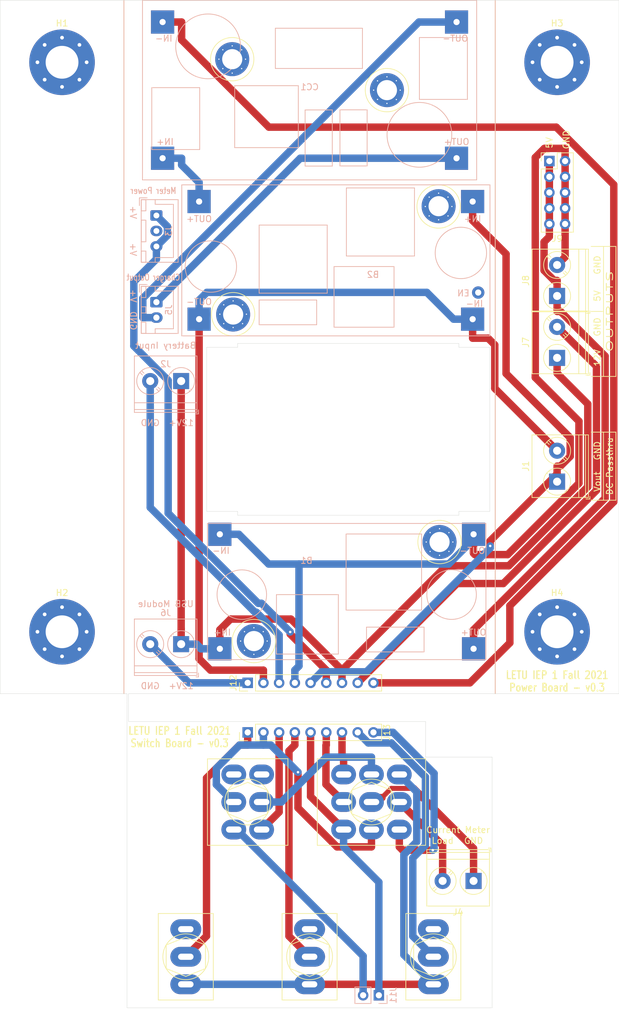
<source format=kicad_pcb>
(kicad_pcb (version 20171130) (host pcbnew 5.1.10)

  (general
    (thickness 1.6)
    (drawings 69)
    (tracks 208)
    (zones 0)
    (modules 24)
    (nets 30)
  )

  (page A4)
  (layers
    (0 F.Cu signal)
    (31 B.Cu signal)
    (32 B.Adhes user)
    (33 F.Adhes user)
    (34 B.Paste user)
    (35 F.Paste user)
    (36 B.SilkS user)
    (37 F.SilkS user)
    (38 B.Mask user)
    (39 F.Mask user)
    (40 Dwgs.User user)
    (41 Cmts.User user)
    (42 Eco1.User user)
    (43 Eco2.User user)
    (44 Edge.Cuts user)
    (45 Margin user)
    (46 B.CrtYd user)
    (47 F.CrtYd user)
    (48 B.Fab user)
    (49 F.Fab user)
  )

  (setup
    (last_trace_width 1.2)
    (trace_clearance 0.2)
    (zone_clearance 0.508)
    (zone_45_only no)
    (trace_min 0.2)
    (via_size 0.8)
    (via_drill 0.4)
    (via_min_size 0.4)
    (via_min_drill 0.3)
    (uvia_size 0.3)
    (uvia_drill 0.1)
    (uvias_allowed no)
    (uvia_min_size 0.2)
    (uvia_min_drill 0.1)
    (edge_width 0.05)
    (segment_width 0.2)
    (pcb_text_width 0.3)
    (pcb_text_size 1.5 1.5)
    (mod_edge_width 0.12)
    (mod_text_size 1 1)
    (mod_text_width 0.15)
    (pad_size 1.524 1.524)
    (pad_drill 0.762)
    (pad_to_mask_clearance 0)
    (aux_axis_origin 0 0)
    (grid_origin 40.5 121.75)
    (visible_elements FFFFFF7F)
    (pcbplotparams
      (layerselection 0x010fc_ffffffff)
      (usegerberextensions true)
      (usegerberattributes false)
      (usegerberadvancedattributes false)
      (creategerberjobfile false)
      (excludeedgelayer true)
      (linewidth 0.100000)
      (plotframeref false)
      (viasonmask false)
      (mode 1)
      (useauxorigin false)
      (hpglpennumber 1)
      (hpglpenspeed 20)
      (hpglpendiameter 15.000000)
      (psnegative false)
      (psa4output false)
      (plotreference true)
      (plotvalue false)
      (plotinvisibletext false)
      (padsonsilk false)
      (subtractmaskfromsilk true)
      (outputformat 1)
      (mirror false)
      (drillshape 0)
      (scaleselection 1)
      (outputdirectory "Gerber/Main/"))
  )

  (net 0 "")
  (net 1 /Switches/DC_+)
  (net 2 "Net-(B2-Pad3)")
  (net 3 "Net-(B2-Pad5)")
  (net 4 "Net-(CC1-Pad4)")
  (net 5 "Net-(CC1-Pad3)")
  (net 6 "Net-(SW1-Pad2)")
  (net 7 "Net-(B1-Pad3)")
  (net 8 /Switches/USB_-)
  (net 9 +12V)
  (net 10 /Switches/CC_-)
  (net 11 /Switches/DC_-)
  (net 12 /Switches/BAT_-)
  (net 13 "Net-(J3-Pad2)")
  (net 14 /Switches/5V_-)
  (net 15 /Switches/12V_-)
  (net 16 "Net-(SW2-Pad7)")
  (net 17 /Switches/Meter_+)
  (net 18 Bridge_DC_-)
  (net 19 Bridge_DC_+)
  (net 20 Bridge_CC_-)
  (net 21 Bridge_12V_-)
  (net 22 Bridge_BAT_+)
  (net 23 Bridge_Meter_+)
  (net 24 Bridge_5v_-)
  (net 25 Bridge_BAT_-)
  (net 26 Bridge_USB_-)
  (net 27 "Net-(J4-Pad2)")
  (net 28 "Net-(J4-Pad1)")
  (net 29 "Net-(J11-Pad2)")

  (net_class Default "This is the default net class."
    (clearance 0.2)
    (trace_width 1.2)
    (via_dia 0.8)
    (via_drill 0.4)
    (uvia_dia 0.3)
    (uvia_drill 0.1)
    (add_net +12V)
    (add_net /Switches/12V_-)
    (add_net /Switches/5V_-)
    (add_net /Switches/BAT_-)
    (add_net /Switches/CC_-)
    (add_net /Switches/DC_+)
    (add_net /Switches/DC_-)
    (add_net /Switches/Meter_+)
    (add_net /Switches/USB_-)
    (add_net Bridge_12V_-)
    (add_net Bridge_5v_-)
    (add_net Bridge_BAT_+)
    (add_net Bridge_BAT_-)
    (add_net Bridge_CC_-)
    (add_net Bridge_DC_+)
    (add_net Bridge_DC_-)
    (add_net Bridge_Meter_+)
    (add_net Bridge_USB_-)
    (add_net "Net-(B1-Pad3)")
    (add_net "Net-(B2-Pad3)")
    (add_net "Net-(B2-Pad5)")
    (add_net "Net-(CC1-Pad3)")
    (add_net "Net-(CC1-Pad4)")
    (add_net "Net-(J11-Pad2)")
    (add_net "Net-(J3-Pad2)")
    (add_net "Net-(J4-Pad1)")
    (add_net "Net-(J4-Pad2)")
    (add_net "Net-(SW1-Pad2)")
    (add_net "Net-(SW2-Pad7)")
  )

  (module Connector_PinHeader_2.54mm:PinHeader_1x09_P2.54mm_Vertical (layer F.Cu) (tedit 59FED5CC) (tstamp 60BAAD8B)
    (at 57.5 134.25 90)
    (descr "Through hole straight pin header, 1x09, 2.54mm pitch, single row")
    (tags "Through hole pin header THT 1x09 2.54mm single row")
    (path /609B92A7/60CEE61F)
    (fp_text reference J13 (at 0 22.5 90) (layer F.SilkS)
      (effects (font (size 1 1) (thickness 0.15)))
    )
    (fp_text value Conn_01x09 (at 0 22.65 90) (layer F.Fab)
      (effects (font (size 1 1) (thickness 0.15)))
    )
    (fp_line (start -0.635 -1.27) (end 1.27 -1.27) (layer F.Fab) (width 0.1))
    (fp_line (start 1.27 -1.27) (end 1.27 21.59) (layer F.Fab) (width 0.1))
    (fp_line (start 1.27 21.59) (end -1.27 21.59) (layer F.Fab) (width 0.1))
    (fp_line (start -1.27 21.59) (end -1.27 -0.635) (layer F.Fab) (width 0.1))
    (fp_line (start -1.27 -0.635) (end -0.635 -1.27) (layer F.Fab) (width 0.1))
    (fp_line (start -1.33 21.65) (end 1.33 21.65) (layer F.SilkS) (width 0.12))
    (fp_line (start -1.33 1.27) (end -1.33 21.65) (layer F.SilkS) (width 0.12))
    (fp_line (start 1.33 1.27) (end 1.33 21.65) (layer F.SilkS) (width 0.12))
    (fp_line (start -1.33 1.27) (end 1.33 1.27) (layer F.SilkS) (width 0.12))
    (fp_line (start -1.33 0) (end -1.33 -1.33) (layer F.SilkS) (width 0.12))
    (fp_line (start -1.33 -1.33) (end 0 -1.33) (layer F.SilkS) (width 0.12))
    (fp_line (start -1.8 -1.8) (end -1.8 22.1) (layer F.CrtYd) (width 0.05))
    (fp_line (start -1.8 22.1) (end 1.8 22.1) (layer F.CrtYd) (width 0.05))
    (fp_line (start 1.8 22.1) (end 1.8 -1.8) (layer F.CrtYd) (width 0.05))
    (fp_line (start 1.8 -1.8) (end -1.8 -1.8) (layer F.CrtYd) (width 0.05))
    (fp_text user %R (at 0 10.16) (layer F.Fab)
      (effects (font (size 1 1) (thickness 0.15)))
    )
    (pad 9 thru_hole oval (at 0 20.32 90) (size 1.7 1.7) (drill 1) (layers *.Cu *.Mask)
      (net 20 Bridge_CC_-))
    (pad 8 thru_hole oval (at 0 17.78 90) (size 1.7 1.7) (drill 1) (layers *.Cu *.Mask)
      (net 21 Bridge_12V_-))
    (pad 7 thru_hole oval (at 0 15.24 90) (size 1.7 1.7) (drill 1) (layers *.Cu *.Mask)
      (net 22 Bridge_BAT_+))
    (pad 6 thru_hole oval (at 0 12.7 90) (size 1.7 1.7) (drill 1) (layers *.Cu *.Mask)
      (net 23 Bridge_Meter_+))
    (pad 5 thru_hole oval (at 0 10.16 90) (size 1.7 1.7) (drill 1) (layers *.Cu *.Mask)
      (net 19 Bridge_DC_+))
    (pad 4 thru_hole oval (at 0 7.62 90) (size 1.7 1.7) (drill 1) (layers *.Cu *.Mask)
      (net 24 Bridge_5v_-))
    (pad 3 thru_hole oval (at 0 5.08 90) (size 1.7 1.7) (drill 1) (layers *.Cu *.Mask)
      (net 25 Bridge_BAT_-))
    (pad 2 thru_hole oval (at 0 2.54 90) (size 1.7 1.7) (drill 1) (layers *.Cu *.Mask)
      (net 18 Bridge_DC_-))
    (pad 1 thru_hole rect (at 0 0 90) (size 1.7 1.7) (drill 1) (layers *.Cu *.Mask)
      (net 26 Bridge_USB_-))
    (model ${KISYS3DMOD}/Connector_PinHeader_2.54mm.3dshapes/PinHeader_1x09_P2.54mm_Vertical.wrl
      (at (xyz 0 0 0))
      (scale (xyz 1 1 1))
      (rotate (xyz 0 0 0))
    )
  )

  (module Connector_PinHeader_2.54mm:PinHeader_1x09_P2.54mm_Vertical (layer F.Cu) (tedit 59FED5CC) (tstamp 60BAAD6C)
    (at 57.5 126.25 90)
    (descr "Through hole straight pin header, 1x09, 2.54mm pitch, single row")
    (tags "Through hole pin header THT 1x09 2.54mm single row")
    (path /609B92A7/60CEF5AF)
    (fp_text reference J12 (at 0 -2.33 90) (layer F.SilkS)
      (effects (font (size 1 1) (thickness 0.15)))
    )
    (fp_text value Conn_01x09 (at 0 22.65 90) (layer F.Fab)
      (effects (font (size 1 1) (thickness 0.15)))
    )
    (fp_line (start -0.635 -1.27) (end 1.27 -1.27) (layer F.Fab) (width 0.1))
    (fp_line (start 1.27 -1.27) (end 1.27 21.59) (layer F.Fab) (width 0.1))
    (fp_line (start 1.27 21.59) (end -1.27 21.59) (layer F.Fab) (width 0.1))
    (fp_line (start -1.27 21.59) (end -1.27 -0.635) (layer F.Fab) (width 0.1))
    (fp_line (start -1.27 -0.635) (end -0.635 -1.27) (layer F.Fab) (width 0.1))
    (fp_line (start -1.33 21.65) (end 1.33 21.65) (layer F.SilkS) (width 0.12))
    (fp_line (start -1.33 1.27) (end -1.33 21.65) (layer F.SilkS) (width 0.12))
    (fp_line (start 1.33 1.27) (end 1.33 21.65) (layer F.SilkS) (width 0.12))
    (fp_line (start -1.33 1.27) (end 1.33 1.27) (layer F.SilkS) (width 0.12))
    (fp_line (start -1.33 0) (end -1.33 -1.33) (layer F.SilkS) (width 0.12))
    (fp_line (start -1.33 -1.33) (end 0 -1.33) (layer F.SilkS) (width 0.12))
    (fp_line (start -1.8 -1.8) (end -1.8 22.1) (layer F.CrtYd) (width 0.05))
    (fp_line (start -1.8 22.1) (end 1.8 22.1) (layer F.CrtYd) (width 0.05))
    (fp_line (start 1.8 22.1) (end 1.8 -1.8) (layer F.CrtYd) (width 0.05))
    (fp_line (start 1.8 -1.8) (end -1.8 -1.8) (layer F.CrtYd) (width 0.05))
    (fp_text user %R (at 0 10.16) (layer F.Fab)
      (effects (font (size 1 1) (thickness 0.15)))
    )
    (pad 9 thru_hole oval (at 0 20.32 90) (size 1.7 1.7) (drill 1) (layers *.Cu *.Mask)
      (net 10 /Switches/CC_-))
    (pad 8 thru_hole oval (at 0 17.78 90) (size 1.7 1.7) (drill 1) (layers *.Cu *.Mask)
      (net 15 /Switches/12V_-))
    (pad 7 thru_hole oval (at 0 15.24 90) (size 1.7 1.7) (drill 1) (layers *.Cu *.Mask)
      (net 9 +12V))
    (pad 6 thru_hole oval (at 0 12.7 90) (size 1.7 1.7) (drill 1) (layers *.Cu *.Mask)
      (net 17 /Switches/Meter_+))
    (pad 5 thru_hole oval (at 0 10.16 90) (size 1.7 1.7) (drill 1) (layers *.Cu *.Mask)
      (net 1 /Switches/DC_+))
    (pad 4 thru_hole oval (at 0 7.62 90) (size 1.7 1.7) (drill 1) (layers *.Cu *.Mask)
      (net 14 /Switches/5V_-))
    (pad 3 thru_hole oval (at 0 5.08 90) (size 1.7 1.7) (drill 1) (layers *.Cu *.Mask)
      (net 12 /Switches/BAT_-))
    (pad 2 thru_hole oval (at 0 2.54 90) (size 1.7 1.7) (drill 1) (layers *.Cu *.Mask)
      (net 11 /Switches/DC_-))
    (pad 1 thru_hole rect (at 0 0 90) (size 1.7 1.7) (drill 1) (layers *.Cu *.Mask)
      (net 8 /Switches/USB_-))
    (model ${KISYS3DMOD}/Connector_PinHeader_2.54mm.3dshapes/PinHeader_1x09_P2.54mm_Vertical.wrl
      (at (xyz 0 0 0))
      (scale (xyz 1 1 1))
      (rotate (xyz 0 0 0))
    )
  )

  (module TerminalBlock_Phoenix:TerminalBlock_Phoenix_PT-1,5-2-5.0-H_1x02_P5.00mm_Horizontal (layer F.Cu) (tedit 5B294F69) (tstamp 60BA98E8)
    (at 94 158.25 180)
    (descr "Terminal Block Phoenix PT-1,5-2-5.0-H, 2 pins, pitch 5mm, size 10x9mm^2, drill diamater 1.3mm, pad diameter 2.6mm, see http://www.mouser.com/ds/2/324/ItemDetail_1935161-922578.pdf, script-generated using https://github.com/pointhi/kicad-footprint-generator/scripts/TerminalBlock_Phoenix")
    (tags "THT Terminal Block Phoenix PT-1,5-2-5.0-H pitch 5mm size 10x9mm^2 drill 1.3mm pad 2.6mm")
    (path /609B92A7/60BD9409)
    (fp_text reference J4 (at 2.5 -5.06) (layer F.SilkS)
      (effects (font (size 1 1) (thickness 0.15)))
    )
    (fp_text value Screw_Terminal_01x02 (at 2.5 6.06) (layer F.Fab)
      (effects (font (size 1 1) (thickness 0.15)))
    )
    (fp_circle (center 0 0) (end 2 0) (layer F.Fab) (width 0.1))
    (fp_circle (center 0 0) (end 2.18 0) (layer F.SilkS) (width 0.12))
    (fp_circle (center 5 0) (end 7 0) (layer F.Fab) (width 0.1))
    (fp_circle (center 5 0) (end 7.18 0) (layer F.SilkS) (width 0.12))
    (fp_line (start -2.5 -4) (end 7.5 -4) (layer F.Fab) (width 0.1))
    (fp_line (start 7.5 -4) (end 7.5 5) (layer F.Fab) (width 0.1))
    (fp_line (start 7.5 5) (end -2.1 5) (layer F.Fab) (width 0.1))
    (fp_line (start -2.1 5) (end -2.5 4.6) (layer F.Fab) (width 0.1))
    (fp_line (start -2.5 4.6) (end -2.5 -4) (layer F.Fab) (width 0.1))
    (fp_line (start -2.5 4.6) (end 7.5 4.6) (layer F.Fab) (width 0.1))
    (fp_line (start -2.56 4.6) (end 7.56 4.6) (layer F.SilkS) (width 0.12))
    (fp_line (start -2.5 3.5) (end 7.5 3.5) (layer F.Fab) (width 0.1))
    (fp_line (start -2.56 3.5) (end 7.56 3.5) (layer F.SilkS) (width 0.12))
    (fp_line (start -2.56 -4.06) (end 7.56 -4.06) (layer F.SilkS) (width 0.12))
    (fp_line (start -2.56 5.06) (end 7.56 5.06) (layer F.SilkS) (width 0.12))
    (fp_line (start -2.56 -4.06) (end -2.56 5.06) (layer F.SilkS) (width 0.12))
    (fp_line (start 7.56 -4.06) (end 7.56 5.06) (layer F.SilkS) (width 0.12))
    (fp_line (start 1.517 -1.273) (end -1.273 1.517) (layer F.Fab) (width 0.1))
    (fp_line (start 1.273 -1.517) (end -1.517 1.273) (layer F.Fab) (width 0.1))
    (fp_line (start 1.654 -1.388) (end 1.547 -1.281) (layer F.SilkS) (width 0.12))
    (fp_line (start -1.282 1.547) (end -1.388 1.654) (layer F.SilkS) (width 0.12))
    (fp_line (start 1.388 -1.654) (end 1.281 -1.547) (layer F.SilkS) (width 0.12))
    (fp_line (start -1.548 1.281) (end -1.654 1.388) (layer F.SilkS) (width 0.12))
    (fp_line (start 6.517 -1.273) (end 3.728 1.517) (layer F.Fab) (width 0.1))
    (fp_line (start 6.273 -1.517) (end 3.484 1.273) (layer F.Fab) (width 0.1))
    (fp_line (start 6.654 -1.388) (end 6.259 -0.992) (layer F.SilkS) (width 0.12))
    (fp_line (start 3.993 1.274) (end 3.613 1.654) (layer F.SilkS) (width 0.12))
    (fp_line (start 6.388 -1.654) (end 6.008 -1.274) (layer F.SilkS) (width 0.12))
    (fp_line (start 3.742 0.992) (end 3.347 1.388) (layer F.SilkS) (width 0.12))
    (fp_line (start -2.8 4.66) (end -2.8 5.3) (layer F.SilkS) (width 0.12))
    (fp_line (start -2.8 5.3) (end -2.4 5.3) (layer F.SilkS) (width 0.12))
    (fp_line (start -3 -4.5) (end -3 5.5) (layer F.CrtYd) (width 0.05))
    (fp_line (start -3 5.5) (end 8 5.5) (layer F.CrtYd) (width 0.05))
    (fp_line (start 8 5.5) (end 8 -4.5) (layer F.CrtYd) (width 0.05))
    (fp_line (start 8 -4.5) (end -3 -4.5) (layer F.CrtYd) (width 0.05))
    (fp_text user %R (at 2.5 2.9) (layer F.Fab)
      (effects (font (size 1 1) (thickness 0.15)))
    )
    (pad 2 thru_hole circle (at 5 0 180) (size 2.6 2.6) (drill 1.3) (layers *.Cu *.Mask)
      (net 27 "Net-(J4-Pad2)"))
    (pad 1 thru_hole rect (at 0 0 180) (size 2.6 2.6) (drill 1.3) (layers *.Cu *.Mask)
      (net 28 "Net-(J4-Pad1)"))
    (model ${KISYS3DMOD}/TerminalBlock_Phoenix.3dshapes/TerminalBlock_Phoenix_PT-1,5-2-5.0-H_1x02_P5.00mm_Horizontal.wrl
      (at (xyz 0 0 0))
      (scale (xyz 1 1 1))
      (rotate (xyz 0 0 0))
    )
  )

  (module Connector_PinHeader_2.54mm:PinHeader_2x05_P2.54mm_Vertical (layer F.Cu) (tedit 59FED5CC) (tstamp 60BB8ED5)
    (at 106.25 41.96)
    (descr "Through hole straight pin header, 2x05, 2.54mm pitch, double rows")
    (tags "Through hole pin header THT 2x05 2.54mm double row")
    (path /60EF7C0D)
    (fp_text reference J9 (at 1.25 12.54) (layer F.SilkS)
      (effects (font (size 1 1) (thickness 0.15)))
    )
    (fp_text value Conn_02x05_Odd_Even (at 1.27 12.49) (layer F.Fab)
      (effects (font (size 1 1) (thickness 0.15)))
    )
    (fp_line (start 4.35 -1.8) (end -1.8 -1.8) (layer F.CrtYd) (width 0.05))
    (fp_line (start 4.35 11.95) (end 4.35 -1.8) (layer F.CrtYd) (width 0.05))
    (fp_line (start -1.8 11.95) (end 4.35 11.95) (layer F.CrtYd) (width 0.05))
    (fp_line (start -1.8 -1.8) (end -1.8 11.95) (layer F.CrtYd) (width 0.05))
    (fp_line (start -1.33 -1.33) (end 0 -1.33) (layer F.SilkS) (width 0.12))
    (fp_line (start -1.33 0) (end -1.33 -1.33) (layer F.SilkS) (width 0.12))
    (fp_line (start 1.27 -1.33) (end 3.87 -1.33) (layer F.SilkS) (width 0.12))
    (fp_line (start 1.27 1.27) (end 1.27 -1.33) (layer F.SilkS) (width 0.12))
    (fp_line (start -1.33 1.27) (end 1.27 1.27) (layer F.SilkS) (width 0.12))
    (fp_line (start 3.87 -1.33) (end 3.87 11.49) (layer F.SilkS) (width 0.12))
    (fp_line (start -1.33 1.27) (end -1.33 11.49) (layer F.SilkS) (width 0.12))
    (fp_line (start -1.33 11.49) (end 3.87 11.49) (layer F.SilkS) (width 0.12))
    (fp_line (start -1.27 0) (end 0 -1.27) (layer F.Fab) (width 0.1))
    (fp_line (start -1.27 11.43) (end -1.27 0) (layer F.Fab) (width 0.1))
    (fp_line (start 3.81 11.43) (end -1.27 11.43) (layer F.Fab) (width 0.1))
    (fp_line (start 3.81 -1.27) (end 3.81 11.43) (layer F.Fab) (width 0.1))
    (fp_line (start 0 -1.27) (end 3.81 -1.27) (layer F.Fab) (width 0.1))
    (fp_text user %R (at 1.27 5.08 90) (layer F.Fab)
      (effects (font (size 1 1) (thickness 0.15)))
    )
    (pad 10 thru_hole oval (at 2.54 10.16) (size 1.7 1.7) (drill 1) (layers *.Cu *.Mask)
      (net 14 /Switches/5V_-))
    (pad 9 thru_hole oval (at 0 10.16) (size 1.7 1.7) (drill 1) (layers *.Cu *.Mask)
      (net 7 "Net-(B1-Pad3)"))
    (pad 8 thru_hole oval (at 2.54 7.62) (size 1.7 1.7) (drill 1) (layers *.Cu *.Mask)
      (net 14 /Switches/5V_-))
    (pad 7 thru_hole oval (at 0 7.62) (size 1.7 1.7) (drill 1) (layers *.Cu *.Mask)
      (net 7 "Net-(B1-Pad3)"))
    (pad 6 thru_hole oval (at 2.54 5.08) (size 1.7 1.7) (drill 1) (layers *.Cu *.Mask)
      (net 14 /Switches/5V_-))
    (pad 5 thru_hole oval (at 0 5.08) (size 1.7 1.7) (drill 1) (layers *.Cu *.Mask)
      (net 7 "Net-(B1-Pad3)"))
    (pad 4 thru_hole oval (at 2.54 2.54) (size 1.7 1.7) (drill 1) (layers *.Cu *.Mask)
      (net 14 /Switches/5V_-))
    (pad 3 thru_hole oval (at 0 2.54) (size 1.7 1.7) (drill 1) (layers *.Cu *.Mask)
      (net 7 "Net-(B1-Pad3)"))
    (pad 2 thru_hole oval (at 2.54 0) (size 1.7 1.7) (drill 1) (layers *.Cu *.Mask)
      (net 14 /Switches/5V_-))
    (pad 1 thru_hole rect (at 0 0) (size 1.7 1.7) (drill 1) (layers *.Cu *.Mask)
      (net 7 "Net-(B1-Pad3)"))
    (model ${KISYS3DMOD}/Connector_PinHeader_2.54mm.3dshapes/PinHeader_2x05_P2.54mm_Vertical.wrl
      (at (xyz 0 0 0))
      (scale (xyz 1 1 1))
      (rotate (xyz 0 0 0))
    )
  )

  (module Connector_PinHeader_2.54mm:PinHeader_1x02_P2.54mm_Vertical (layer B.Cu) (tedit 59FED5CC) (tstamp 60BA9423)
    (at 78.694 176.72 90)
    (descr "Through hole straight pin header, 1x02, 2.54mm pitch, single row")
    (tags "Through hole pin header THT 1x02 2.54mm single row")
    (path /609B92A7/60E2E712)
    (fp_text reference J11 (at 0 2.33 90) (layer B.SilkS)
      (effects (font (size 1 1) (thickness 0.15)) (justify mirror))
    )
    (fp_text value Conn_01x02 (at 0 -4.87 90) (layer B.Fab)
      (effects (font (size 1 1) (thickness 0.15)) (justify mirror))
    )
    (fp_line (start 1.8 1.8) (end -1.8 1.8) (layer B.CrtYd) (width 0.05))
    (fp_line (start 1.8 -4.35) (end 1.8 1.8) (layer B.CrtYd) (width 0.05))
    (fp_line (start -1.8 -4.35) (end 1.8 -4.35) (layer B.CrtYd) (width 0.05))
    (fp_line (start -1.8 1.8) (end -1.8 -4.35) (layer B.CrtYd) (width 0.05))
    (fp_line (start -1.33 1.33) (end 0 1.33) (layer B.SilkS) (width 0.12))
    (fp_line (start -1.33 0) (end -1.33 1.33) (layer B.SilkS) (width 0.12))
    (fp_line (start -1.33 -1.27) (end 1.33 -1.27) (layer B.SilkS) (width 0.12))
    (fp_line (start 1.33 -1.27) (end 1.33 -3.87) (layer B.SilkS) (width 0.12))
    (fp_line (start -1.33 -1.27) (end -1.33 -3.87) (layer B.SilkS) (width 0.12))
    (fp_line (start -1.33 -3.87) (end 1.33 -3.87) (layer B.SilkS) (width 0.12))
    (fp_line (start -1.27 0.635) (end -0.635 1.27) (layer B.Fab) (width 0.1))
    (fp_line (start -1.27 -3.81) (end -1.27 0.635) (layer B.Fab) (width 0.1))
    (fp_line (start 1.27 -3.81) (end -1.27 -3.81) (layer B.Fab) (width 0.1))
    (fp_line (start 1.27 1.27) (end 1.27 -3.81) (layer B.Fab) (width 0.1))
    (fp_line (start -0.635 1.27) (end 1.27 1.27) (layer B.Fab) (width 0.1))
    (fp_text user %R (at 0 -1.27 180) (layer B.Fab)
      (effects (font (size 1 1) (thickness 0.15)) (justify mirror))
    )
    (pad 2 thru_hole oval (at 0 -2.54 90) (size 1.7 1.7) (drill 1) (layers *.Cu *.Mask)
      (net 29 "Net-(J11-Pad2)"))
    (pad 1 thru_hole rect (at 0 0 90) (size 1.7 1.7) (drill 1) (layers *.Cu *.Mask)
      (net 19 Bridge_DC_+))
    (model ${KISYS3DMOD}/Connector_PinHeader_2.54mm.3dshapes/PinHeader_1x02_P2.54mm_Vertical.wrl
      (at (xyz 0 0 0))
      (scale (xyz 1 1 1))
      (rotate (xyz 0 0 0))
    )
  )

  (module Connector_JST:JST_XH_B3B-XH-A_1x03_P2.50mm_Vertical (layer B.Cu) (tedit 5C28146C) (tstamp 60BA9215)
    (at 42.75 50.75 270)
    (descr "JST XH series connector, B3B-XH-A (http://www.jst-mfg.com/product/pdf/eng/eXH.pdf), generated with kicad-footprint-generator")
    (tags "connector JST XH vertical")
    (path /60DC9D04)
    (fp_text reference J3 (at 2.5 -2 90) (layer B.SilkS)
      (effects (font (size 1 1) (thickness 0.15)) (justify mirror))
    )
    (fp_text value Conn_01x03 (at 2.5 -4.6 90) (layer B.Fab)
      (effects (font (size 1 1) (thickness 0.15)) (justify mirror))
    )
    (fp_line (start -2.85 2.75) (end -2.85 1.5) (layer B.SilkS) (width 0.12))
    (fp_line (start -1.6 2.75) (end -2.85 2.75) (layer B.SilkS) (width 0.12))
    (fp_line (start 6.8 -2.75) (end 2.5 -2.75) (layer B.SilkS) (width 0.12))
    (fp_line (start 6.8 0.2) (end 6.8 -2.75) (layer B.SilkS) (width 0.12))
    (fp_line (start 7.55 0.2) (end 6.8 0.2) (layer B.SilkS) (width 0.12))
    (fp_line (start -1.8 -2.75) (end 2.5 -2.75) (layer B.SilkS) (width 0.12))
    (fp_line (start -1.8 0.2) (end -1.8 -2.75) (layer B.SilkS) (width 0.12))
    (fp_line (start -2.55 0.2) (end -1.8 0.2) (layer B.SilkS) (width 0.12))
    (fp_line (start 7.55 2.45) (end 5.75 2.45) (layer B.SilkS) (width 0.12))
    (fp_line (start 7.55 1.7) (end 7.55 2.45) (layer B.SilkS) (width 0.12))
    (fp_line (start 5.75 1.7) (end 7.55 1.7) (layer B.SilkS) (width 0.12))
    (fp_line (start 5.75 2.45) (end 5.75 1.7) (layer B.SilkS) (width 0.12))
    (fp_line (start -0.75 2.45) (end -2.55 2.45) (layer B.SilkS) (width 0.12))
    (fp_line (start -0.75 1.7) (end -0.75 2.45) (layer B.SilkS) (width 0.12))
    (fp_line (start -2.55 1.7) (end -0.75 1.7) (layer B.SilkS) (width 0.12))
    (fp_line (start -2.55 2.45) (end -2.55 1.7) (layer B.SilkS) (width 0.12))
    (fp_line (start 4.25 2.45) (end 0.75 2.45) (layer B.SilkS) (width 0.12))
    (fp_line (start 4.25 1.7) (end 4.25 2.45) (layer B.SilkS) (width 0.12))
    (fp_line (start 0.75 1.7) (end 4.25 1.7) (layer B.SilkS) (width 0.12))
    (fp_line (start 0.75 2.45) (end 0.75 1.7) (layer B.SilkS) (width 0.12))
    (fp_line (start 0 1.35) (end 0.625 2.35) (layer B.Fab) (width 0.1))
    (fp_line (start -0.625 2.35) (end 0 1.35) (layer B.Fab) (width 0.1))
    (fp_line (start 7.95 2.85) (end -2.95 2.85) (layer B.CrtYd) (width 0.05))
    (fp_line (start 7.95 -3.9) (end 7.95 2.85) (layer B.CrtYd) (width 0.05))
    (fp_line (start -2.95 -3.9) (end 7.95 -3.9) (layer B.CrtYd) (width 0.05))
    (fp_line (start -2.95 2.85) (end -2.95 -3.9) (layer B.CrtYd) (width 0.05))
    (fp_line (start 7.56 2.46) (end -2.56 2.46) (layer B.SilkS) (width 0.12))
    (fp_line (start 7.56 -3.51) (end 7.56 2.46) (layer B.SilkS) (width 0.12))
    (fp_line (start -2.56 -3.51) (end 7.56 -3.51) (layer B.SilkS) (width 0.12))
    (fp_line (start -2.56 2.46) (end -2.56 -3.51) (layer B.SilkS) (width 0.12))
    (fp_line (start 7.45 2.35) (end -2.45 2.35) (layer B.Fab) (width 0.1))
    (fp_line (start 7.45 -3.4) (end 7.45 2.35) (layer B.Fab) (width 0.1))
    (fp_line (start -2.45 -3.4) (end 7.45 -3.4) (layer B.Fab) (width 0.1))
    (fp_line (start -2.45 2.35) (end -2.45 -3.4) (layer B.Fab) (width 0.1))
    (fp_text user %R (at 2.5 -2.7 90) (layer B.Fab)
      (effects (font (size 1 1) (thickness 0.15)) (justify mirror))
    )
    (pad 3 thru_hole oval (at 5 0 270) (size 1.7 1.95) (drill 0.95) (layers *.Cu *.Mask)
      (net 17 /Switches/Meter_+))
    (pad 2 thru_hole oval (at 2.5 0 270) (size 1.7 1.95) (drill 0.95) (layers *.Cu *.Mask)
      (net 13 "Net-(J3-Pad2)"))
    (pad 1 thru_hole roundrect (at 0 0 270) (size 1.7 1.95) (drill 0.95) (layers *.Cu *.Mask) (roundrect_rratio 0.147059)
      (net 17 /Switches/Meter_+))
    (model ${KISYS3DMOD}/Connector_JST.3dshapes/JST_XH_B3B-XH-A_1x03_P2.50mm_Vertical.wrl
      (at (xyz 0 0 0))
      (scale (xyz 1 1 1))
      (rotate (xyz 0 0 0))
    )
  )

  (module Custom:ConstantCurrentModule (layer B.Cu) (tedit 60B9BB69) (tstamp 60A19E1B)
    (at 67.5 30.5)
    (path /60A02ADB)
    (fp_text reference CC1 (at 0 -0.5) (layer B.SilkS)
      (effects (font (size 1 1) (thickness 0.15)) (justify mirror))
    )
    (fp_text value CurrentLimiter (at 0 0.5) (layer B.Fab)
      (effects (font (size 1 1) (thickness 0.15)) (justify mirror))
    )
    (fp_circle (center 12.5 0) (end 16.25 0) (layer F.CrtYd) (width 0.12))
    (fp_circle (center -12.5 -5) (end -8.75 -5) (layer F.CrtYd) (width 0.12))
    (fp_line (start -27 -14.5) (end 27 -14.5) (layer B.SilkS) (width 0.12))
    (fp_line (start -27 14.5) (end 27 14.5) (layer B.SilkS) (width 0.12))
    (fp_line (start 27 14.5) (end 27 -14.5) (layer B.SilkS) (width 0.12))
    (fp_line (start -27 -14.5) (end -27 14.5) (layer B.SilkS) (width 0.12))
    (fp_circle (center -12.5 -5) (end -12.5 -1.5) (layer F.SilkS) (width 0.12))
    (fp_line (start -27 14.5) (end -27 -14.5) (layer B.CrtYd) (width 0.12))
    (fp_line (start 27 14.5) (end -27 14.5) (layer B.CrtYd) (width 0.12))
    (fp_line (start 27 -14.5) (end 27 14.5) (layer B.CrtYd) (width 0.12))
    (fp_line (start -27 -14.5) (end 27 -14.5) (layer B.CrtYd) (width 0.12))
    (fp_circle (center 12.5 0) (end 12.5 3.5) (layer F.SilkS) (width 0.12))
    (fp_line (start -25.5 9.6) (end -25.5 -0.4) (layer B.SilkS) (width 0.12))
    (fp_line (start -17.75 -0.4) (end -17.75 9.6) (layer B.SilkS) (width 0.12))
    (fp_line (start -17.75 9.6) (end -25.5 9.6) (layer B.SilkS) (width 0.12))
    (fp_line (start -17.75 -0.4) (end -25.5 -0.4) (layer B.SilkS) (width 0.12))
    (fp_line (start 25.5 1.5) (end 25.5 -8.5) (layer B.SilkS) (width 0.12))
    (fp_line (start 17.75 1.5) (end 17.75 -8.5) (layer B.SilkS) (width 0.12))
    (fp_line (start 17.75 1.5) (end 25.5 1.5) (layer B.SilkS) (width 0.12))
    (fp_line (start 25.5 -8.5) (end 17.75 -8.5) (layer B.SilkS) (width 0.12))
    (fp_line (start -5.53 -3.5) (end -5.53 -10) (layer B.SilkS) (width 0.12))
    (fp_line (start 8.54 -3.5) (end 8.54 -10) (layer B.SilkS) (width 0.12))
    (fp_line (start -5.53 -3.5) (end 8.54 -3.5) (layer B.SilkS) (width 0.12))
    (fp_line (start 8.54 -10) (end -5.53 -10) (layer B.SilkS) (width 0.12))
    (fp_line (start -12.1 -0.72) (end -12.1 9.29) (layer B.SilkS) (width 0.12))
    (fp_line (start -1.82 -0.72) (end -1.82 9.29) (layer B.SilkS) (width 0.12))
    (fp_line (start -1.82 -0.72) (end -12.1 -0.72) (layer B.SilkS) (width 0.12))
    (fp_line (start -1.82 9.29) (end -12.1 9.29) (layer B.SilkS) (width 0.12))
    (fp_circle (center -16.4 -7.07) (end -11.17 -7.07) (layer B.SilkS) (width 0.12))
    (fp_circle (center 17.75 7.22) (end 22.98 7.22) (layer B.SilkS) (width 0.12))
    (fp_line (start -0.72 12.27) (end -0.72 3.2) (layer B.SilkS) (width 0.12))
    (fp_line (start 3.67 12.27) (end 3.67 3.2) (layer B.SilkS) (width 0.12))
    (fp_line (start -0.72 3.2) (end 3.67 3.2) (layer B.SilkS) (width 0.12))
    (fp_line (start 3.67 12.27) (end -0.72 12.27) (layer B.SilkS) (width 0.12))
    (fp_line (start 9.3 12.25) (end 4.91 12.25) (layer B.SilkS) (width 0.12))
    (fp_line (start 4.91 12.25) (end 4.91 3.18) (layer B.SilkS) (width 0.12))
    (fp_line (start 4.91 3.18) (end 9.3 3.18) (layer B.SilkS) (width 0.12))
    (fp_line (start 9.3 12.25) (end 9.3 3.18) (layer B.SilkS) (width 0.12))
    (fp_text user IN+ (at -23.35 8.35) (layer B.SilkS)
      (effects (font (size 1 1) (thickness 0.15)) (justify mirror))
    )
    (fp_text user IN- (at -23.55 -8.35) (layer B.SilkS)
      (effects (font (size 1 1) (thickness 0.15)) (justify mirror))
    )
    (fp_text user OUT+ (at 23.75 8.35) (layer B.SilkS)
      (effects (font (size 1 1) (thickness 0.15)) (justify mirror))
    )
    (fp_text user OUT- (at 23.55 -8.35) (layer B.SilkS)
      (effects (font (size 1 1) (thickness 0.15)) (justify mirror))
    )
    (pad "" thru_hole circle (at 14.02028 1.52028) (size 0.5 0.5) (drill 0.2) (layers *.Cu))
    (pad "" thru_hole circle (at 10.97972 1.5) (size 0.5 0.5) (drill 0.2) (layers *.Cu))
    (pad 2 thru_hole rect (at -23.75 -11) (size 3.75 3.75) (drill 1) (layers *.Cu *.Mask)
      (net 10 /Switches/CC_-))
    (pad 1 thru_hole rect (at -23.75 11) (size 3.75 3.75) (drill 1) (layers *.Cu *.Mask)
      (net 2 "Net-(B2-Pad3)"))
    (pad 4 thru_hole rect (at 23.75 -11) (size 3.75 3.75) (drill 1) (layers *.Cu *.Mask)
      (net 4 "Net-(CC1-Pad4)"))
    (pad 3 thru_hole rect (at 23.75 11) (size 3.75 3.75) (drill 1) (layers *.Cu *.Mask)
      (net 5 "Net-(CC1-Pad3)"))
    (pad "" thru_hole circle (at 14.65 0) (size 0.5 0.5) (drill 0.2) (layers *.Cu))
    (pad "" thru_hole circle (at 12.5 2.15) (size 0.5 0.5) (drill 0.2) (layers *.Cu))
    (pad "" thru_hole circle (at -14.02028 -6.52028) (size 0.5 0.5) (drill 0.2) (layers *.Cu))
    (pad "" thru_hole circle (at -12.5 -7.15) (size 0.5 0.5) (drill 0.2) (layers *.Cu))
    (pad "" thru_hole circle (at 12.5 -2.15) (size 0.5 0.5) (drill 0.2) (layers *.Cu))
    (pad "" thru_hole circle (at -12.5 -5) (size 5.5 5.5) (drill 3.25) (layers *.Cu *.Mask))
    (pad "" thru_hole circle (at 12.5 0) (size 5.5 5.5) (drill 3.25) (layers *.Cu *.Mask))
    (pad "" thru_hole circle (at 10.35 0) (size 0.5 0.5) (drill 0.2) (layers *.Cu))
    (pad "" thru_hole circle (at 14.02028 -1.52028) (size 0.5 0.5) (drill 0.2) (layers *.Cu))
    (pad "" thru_hole circle (at -12.5 -2.75) (size 0.5 0.5) (drill 0.2) (layers *.Cu))
    (pad "" thru_hole circle (at -10.35 -5) (size 0.5 0.5) (drill 0.2) (layers *.Cu))
    (pad "" thru_hole circle (at -10.97972 -3.47972) (size 0.5 0.5) (drill 0.2) (layers *.Cu))
    (pad "" thru_hole circle (at -14.02028 -3.47972) (size 0.5 0.5) (drill 0.2) (layers *.Cu))
    (pad "" thru_hole circle (at -14.65 -5) (size 0.5 0.5) (drill 0.2) (layers *.Cu))
    (pad "" thru_hole circle (at -10.97972 -6.52028) (size 0.5 0.5) (drill 0.2) (layers *.Cu))
    (pad "" thru_hole circle (at 10.97972 -1.5) (size 0.5 0.5) (drill 0.2) (layers *.Cu))
    (model "${KIPRJMOD}/footprints/Custom.pretty/Constant Current Module Holder.STEP"
      (offset (xyz 0 0 11.3))
      (scale (xyz 1 1 1))
      (rotate (xyz 90 0 0))
    )
    (model ${KIPRJMOD}/footprints/Custom.pretty/ConstantCurrentModule.STEP
      (offset (xyz 0 0 11.3))
      (scale (xyz 1 1 1))
      (rotate (xyz -90 0 0))
    )
  )

  (module Custom:3PDT (layer F.Cu) (tedit 60B9ADF1) (tstamp 60BA3529)
    (at 77.5 145.5 270)
    (descr "SW Toggle")
    (tags "SW Toggle")
    (path /609B92A7/60C7C3AE)
    (fp_text reference SW2 (at 0.124031 -8.249895 90) (layer F.SilkS) hide
      (effects (font (size 1 1) (thickness 0.15)))
    )
    (fp_text value SW_3PDT_x3 (at 0 -6.35 90) (layer F.Fab)
      (effects (font (size 1 1) (thickness 0.15)))
    )
    (fp_line (start -6.5 8.25) (end -6.5 -8.25) (layer F.CrtYd) (width 0.05))
    (fp_line (start -1.905 -3.175) (end 1.905 -3.175) (layer F.SilkS) (width 0.12))
    (fp_line (start 7 -8.75) (end 7 8.75) (layer F.SilkS) (width 0.12))
    (fp_line (start 7 8.75) (end -7 8.75) (layer F.SilkS) (width 0.12))
    (fp_line (start 6.5 -8.25) (end 6.5 8.25) (layer F.CrtYd) (width 0.05))
    (fp_circle (center 0 0) (end 1.905 3.175) (layer F.SilkS) (width 0.12))
    (fp_line (start 1.905 3.175) (end -1.905 3.175) (layer F.SilkS) (width 0.12))
    (fp_line (start 6.5 8.25) (end -6.5 8.25) (layer F.CrtYd) (width 0.05))
    (fp_line (start 3.175 0) (end 1.905 3.175) (layer F.SilkS) (width 0.12))
    (fp_line (start 1.905 -3.175) (end 3.175 0) (layer F.SilkS) (width 0.12))
    (fp_line (start -1.905 3.175) (end -3.175 0) (layer F.SilkS) (width 0.12))
    (fp_line (start -7 8.75) (end -7 -8.75) (layer F.SilkS) (width 0.12))
    (fp_line (start -6.5 -8.25) (end 6.5 -8.25) (layer F.CrtYd) (width 0.05))
    (fp_line (start -7 -8.75) (end 7 -8.75) (layer F.SilkS) (width 0.12))
    (fp_line (start -3.175 0) (end -1.905 -3.175) (layer F.SilkS) (width 0.12))
    (pad 8 thru_hole oval (at 0 -4.5 90) (size 3.2 4) (drill oval 1 2.5) (layers *.Cu *.Mask)
      (net 27 "Net-(J4-Pad2)"))
    (pad 7 thru_hole oval (at -4.45 -4.5 90) (size 3.2 4) (drill oval 1 2.5) (layers *.Cu *.Mask)
      (net 16 "Net-(SW2-Pad7)"))
    (pad 9 thru_hole oval (at 4.45 -4.5 90) (size 3.2 4) (drill oval 1 2.5) (layers *.Cu *.Mask)
      (net 20 Bridge_CC_-))
    (pad 6 thru_hole oval (at 4.45 0 90) (size 3.2 4) (drill oval 1 2.5) (layers *.Cu *.Mask)
      (net 18 Bridge_DC_-))
    (pad 5 thru_hole oval (at 0 0 90) (size 3.2 4) (drill oval 1 2.5) (layers *.Cu *.Mask)
      (net 28 "Net-(J4-Pad1)"))
    (pad 4 thru_hole oval (at -4.45 0 90) (size 3.2 4) (drill oval 1 2.5) (layers *.Cu *.Mask)
      (net 6 "Net-(SW1-Pad2)"))
    (pad 2 thru_hole oval (at 0 4.5 270) (size 3.2 4) (drill oval 1 2.5) (layers *.Cu *.Mask)
      (net 23 Bridge_Meter_+))
    (pad 1 thru_hole oval (at -4.45 4.5 270) (size 3.2 4) (drill oval 1 2.5) (layers *.Cu *.Mask)
      (net 22 Bridge_BAT_+))
    (pad 3 thru_hole oval (at 4.45 4.5 270) (size 3.2 4) (drill oval 1 2.5) (layers *.Cu *.Mask)
      (net 19 Bridge_DC_+))
    (model ${KIPRJMOD}/footprints/Custom.pretty/3PDT.STEP
      (at (xyz 0 0 0))
      (scale (xyz 1 1 1))
      (rotate (xyz 0 0 90))
    )
  )

  (module TerminalBlock_Phoenix:TerminalBlock_Phoenix_PT-1,5-2-5.0-H_1x02_P5.00mm_Horizontal (layer B.Cu) (tedit 5B294F69) (tstamp 60B876AA)
    (at 46.75 120 180)
    (descr "Terminal Block Phoenix PT-1,5-2-5.0-H, 2 pins, pitch 5mm, size 10x9mm^2, drill diamater 1.3mm, pad diameter 2.6mm, see http://www.mouser.com/ds/2/324/ItemDetail_1935161-922578.pdf, script-generated using https://github.com/pointhi/kicad-footprint-generator/scripts/TerminalBlock_Phoenix")
    (tags "THT Terminal Block Phoenix PT-1,5-2-5.0-H pitch 5mm size 10x9mm^2 drill 1.3mm pad 2.6mm")
    (path /60B8E37C)
    (fp_text reference J6 (at 2.5 5.06) (layer B.SilkS)
      (effects (font (size 1 1) (thickness 0.15)) (justify mirror))
    )
    (fp_text value Screw_Terminal_01x02 (at 2.5 -6.06) (layer B.Fab)
      (effects (font (size 1 1) (thickness 0.15)) (justify mirror))
    )
    (fp_circle (center 0 0) (end 2 0) (layer B.Fab) (width 0.1))
    (fp_circle (center 0 0) (end 2.18 0) (layer B.SilkS) (width 0.12))
    (fp_circle (center 5 0) (end 7 0) (layer B.Fab) (width 0.1))
    (fp_circle (center 5 0) (end 7.18 0) (layer B.SilkS) (width 0.12))
    (fp_line (start -2.5 4) (end 7.5 4) (layer B.Fab) (width 0.1))
    (fp_line (start 7.5 4) (end 7.5 -5) (layer B.Fab) (width 0.1))
    (fp_line (start 7.5 -5) (end -2.1 -5) (layer B.Fab) (width 0.1))
    (fp_line (start -2.1 -5) (end -2.5 -4.6) (layer B.Fab) (width 0.1))
    (fp_line (start -2.5 -4.6) (end -2.5 4) (layer B.Fab) (width 0.1))
    (fp_line (start -2.5 -4.6) (end 7.5 -4.6) (layer B.Fab) (width 0.1))
    (fp_line (start -2.56 -4.6) (end 7.56 -4.6) (layer B.SilkS) (width 0.12))
    (fp_line (start -2.5 -3.5) (end 7.5 -3.5) (layer B.Fab) (width 0.1))
    (fp_line (start -2.56 -3.5) (end 7.56 -3.5) (layer B.SilkS) (width 0.12))
    (fp_line (start -2.56 4.06) (end 7.56 4.06) (layer B.SilkS) (width 0.12))
    (fp_line (start -2.56 -5.06) (end 7.56 -5.06) (layer B.SilkS) (width 0.12))
    (fp_line (start -2.56 4.06) (end -2.56 -5.06) (layer B.SilkS) (width 0.12))
    (fp_line (start 7.56 4.06) (end 7.56 -5.06) (layer B.SilkS) (width 0.12))
    (fp_line (start 1.517 1.273) (end -1.273 -1.517) (layer B.Fab) (width 0.1))
    (fp_line (start 1.273 1.517) (end -1.517 -1.273) (layer B.Fab) (width 0.1))
    (fp_line (start 1.654 1.388) (end 1.547 1.281) (layer B.SilkS) (width 0.12))
    (fp_line (start -1.282 -1.547) (end -1.388 -1.654) (layer B.SilkS) (width 0.12))
    (fp_line (start 1.388 1.654) (end 1.281 1.547) (layer B.SilkS) (width 0.12))
    (fp_line (start -1.548 -1.281) (end -1.654 -1.388) (layer B.SilkS) (width 0.12))
    (fp_line (start 6.517 1.273) (end 3.728 -1.517) (layer B.Fab) (width 0.1))
    (fp_line (start 6.273 1.517) (end 3.484 -1.273) (layer B.Fab) (width 0.1))
    (fp_line (start 6.654 1.388) (end 6.259 0.992) (layer B.SilkS) (width 0.12))
    (fp_line (start 3.993 -1.274) (end 3.613 -1.654) (layer B.SilkS) (width 0.12))
    (fp_line (start 6.388 1.654) (end 6.008 1.274) (layer B.SilkS) (width 0.12))
    (fp_line (start 3.742 -0.992) (end 3.347 -1.388) (layer B.SilkS) (width 0.12))
    (fp_line (start -2.8 -4.66) (end -2.8 -5.3) (layer B.SilkS) (width 0.12))
    (fp_line (start -2.8 -5.3) (end -2.4 -5.3) (layer B.SilkS) (width 0.12))
    (fp_line (start -3 4.5) (end -3 -5.5) (layer B.CrtYd) (width 0.05))
    (fp_line (start -3 -5.5) (end 8 -5.5) (layer B.CrtYd) (width 0.05))
    (fp_line (start 8 -5.5) (end 8 4.5) (layer B.CrtYd) (width 0.05))
    (fp_line (start 8 4.5) (end -3 4.5) (layer B.CrtYd) (width 0.05))
    (fp_text user %R (at 2.5 -2.9) (layer B.Fab)
      (effects (font (size 1 1) (thickness 0.15)) (justify mirror))
    )
    (pad 2 thru_hole circle (at 5 0 180) (size 2.6 2.6) (drill 1.3) (layers *.Cu *.Mask)
      (net 8 /Switches/USB_-))
    (pad 1 thru_hole rect (at 0 0 180) (size 2.6 2.6) (drill 1.3) (layers *.Cu *.Mask)
      (net 9 +12V))
    (model ${KISYS3DMOD}/TerminalBlock_Phoenix.3dshapes/TerminalBlock_Phoenix_PT-1,5-2-5.0-H_1x02_P5.00mm_Horizontal.wrl
      (at (xyz 0 0 0))
      (scale (xyz 1 1 1))
      (rotate (xyz 0 0 0))
    )
  )

  (module Custom:SPDT (layer F.Cu) (tedit 60A17943) (tstamp 60A1E919)
    (at 87.5 170.5 90)
    (descr "SW Toggle")
    (tags "SW Toggle")
    (path /609B92A7/60BCFFFB)
    (fp_text reference SW5 (at 0.124031 -8.249895 90) (layer F.SilkS) hide
      (effects (font (size 1 1) (thickness 0.15)))
    )
    (fp_text value SW_SPST (at 0 -6.35 90) (layer F.Fab)
      (effects (font (size 1 1) (thickness 0.15)))
    )
    (fp_line (start -6.5 -4) (end 6.5 -4) (layer F.CrtYd) (width 0.05))
    (fp_line (start 6.5 -4) (end 6.5 4) (layer F.CrtYd) (width 0.05))
    (fp_line (start 6.5 4) (end -6.5 4) (layer F.CrtYd) (width 0.05))
    (fp_line (start -6.5 4) (end -6.5 -4) (layer F.CrtYd) (width 0.05))
    (fp_line (start -6.985 -4.445) (end 6.985 -4.445) (layer F.SilkS) (width 0.12))
    (fp_line (start 6.985 -4.445) (end 6.985 4.445) (layer F.SilkS) (width 0.12))
    (fp_line (start 6.985 4.445) (end -6.985 4.445) (layer F.SilkS) (width 0.12))
    (fp_line (start -6.985 4.445) (end -6.985 -4.445) (layer F.SilkS) (width 0.12))
    (fp_line (start -1.905 -3.175) (end 1.905 -3.175) (layer F.SilkS) (width 0.12))
    (fp_line (start 1.905 -3.175) (end 3.175 0) (layer F.SilkS) (width 0.12))
    (fp_line (start 3.175 0) (end 1.905 3.175) (layer F.SilkS) (width 0.12))
    (fp_line (start 1.905 3.175) (end -1.905 3.175) (layer F.SilkS) (width 0.12))
    (fp_line (start -1.905 3.175) (end -3.175 0) (layer F.SilkS) (width 0.12))
    (fp_line (start -3.175 0) (end -1.905 -3.175) (layer F.SilkS) (width 0.12))
    (fp_circle (center 0 0) (end 1.905 3.175) (layer F.SilkS) (width 0.12))
    (pad 1 thru_hole oval (at -4.45 0 90) (size 3.2 5) (drill oval 1 2.5) (layers *.Cu *.Mask)
      (net 16 "Net-(SW2-Pad7)"))
    (pad 2 thru_hole oval (at 0 0 90) (size 3.2 5) (drill oval 1 2.5) (layers *.Cu *.Mask)
      (net 21 Bridge_12V_-))
    (pad 3 thru_hole oval (at 4.45 0 90) (size 3.2 5) (drill oval 1 2.5) (layers *.Cu *.Mask))
    (model ${KIPRJMOD}/footprints/Custom.pretty/SPDT.step
      (offset (xyz 0 0 10.25))
      (scale (xyz 1 1 1))
      (rotate (xyz 90 0 90))
    )
  )

  (module Custom:SPDT (layer F.Cu) (tedit 60A17943) (tstamp 60A1E903)
    (at 47.5 170.5 90)
    (descr "SW Toggle")
    (tags "SW Toggle")
    (path /609B92A7/60BCFD9B)
    (fp_text reference SW4 (at 0.124031 -8.249895 90) (layer F.SilkS) hide
      (effects (font (size 1 1) (thickness 0.15)))
    )
    (fp_text value SW_SPST (at 0 -6.35 90) (layer F.Fab)
      (effects (font (size 1 1) (thickness 0.15)))
    )
    (fp_line (start -6.5 -4) (end 6.5 -4) (layer F.CrtYd) (width 0.05))
    (fp_line (start 6.5 -4) (end 6.5 4) (layer F.CrtYd) (width 0.05))
    (fp_line (start 6.5 4) (end -6.5 4) (layer F.CrtYd) (width 0.05))
    (fp_line (start -6.5 4) (end -6.5 -4) (layer F.CrtYd) (width 0.05))
    (fp_line (start -6.985 -4.445) (end 6.985 -4.445) (layer F.SilkS) (width 0.12))
    (fp_line (start 6.985 -4.445) (end 6.985 4.445) (layer F.SilkS) (width 0.12))
    (fp_line (start 6.985 4.445) (end -6.985 4.445) (layer F.SilkS) (width 0.12))
    (fp_line (start -6.985 4.445) (end -6.985 -4.445) (layer F.SilkS) (width 0.12))
    (fp_line (start -1.905 -3.175) (end 1.905 -3.175) (layer F.SilkS) (width 0.12))
    (fp_line (start 1.905 -3.175) (end 3.175 0) (layer F.SilkS) (width 0.12))
    (fp_line (start 3.175 0) (end 1.905 3.175) (layer F.SilkS) (width 0.12))
    (fp_line (start 1.905 3.175) (end -1.905 3.175) (layer F.SilkS) (width 0.12))
    (fp_line (start -1.905 3.175) (end -3.175 0) (layer F.SilkS) (width 0.12))
    (fp_line (start -3.175 0) (end -1.905 -3.175) (layer F.SilkS) (width 0.12))
    (fp_circle (center 0 0) (end 1.905 3.175) (layer F.SilkS) (width 0.12))
    (pad 1 thru_hole oval (at -4.45 0 90) (size 3.2 5) (drill oval 1 2.5) (layers *.Cu *.Mask)
      (net 16 "Net-(SW2-Pad7)"))
    (pad 2 thru_hole oval (at 0 0 90) (size 3.2 5) (drill oval 1 2.5) (layers *.Cu *.Mask)
      (net 26 Bridge_USB_-))
    (pad 3 thru_hole oval (at 4.45 0 90) (size 3.2 5) (drill oval 1 2.5) (layers *.Cu *.Mask))
    (model ${KIPRJMOD}/footprints/Custom.pretty/SPDT.step
      (offset (xyz 0 0 10.25))
      (scale (xyz 1 1 1))
      (rotate (xyz 90 0 90))
    )
  )

  (module Custom:SPDT (layer F.Cu) (tedit 60A17943) (tstamp 60A1E8ED)
    (at 67.5 170.5 90)
    (descr "SW Toggle")
    (tags "SW Toggle")
    (path /609B92A7/60BCE75E)
    (fp_text reference SW3 (at 0.124031 -8.249895 90) (layer F.SilkS) hide
      (effects (font (size 1 1) (thickness 0.15)))
    )
    (fp_text value SW_SPST (at 0 -6.35 90) (layer F.Fab)
      (effects (font (size 1 1) (thickness 0.15)))
    )
    (fp_line (start -6.5 -4) (end 6.5 -4) (layer F.CrtYd) (width 0.05))
    (fp_line (start 6.5 -4) (end 6.5 4) (layer F.CrtYd) (width 0.05))
    (fp_line (start 6.5 4) (end -6.5 4) (layer F.CrtYd) (width 0.05))
    (fp_line (start -6.5 4) (end -6.5 -4) (layer F.CrtYd) (width 0.05))
    (fp_line (start -6.985 -4.445) (end 6.985 -4.445) (layer F.SilkS) (width 0.12))
    (fp_line (start 6.985 -4.445) (end 6.985 4.445) (layer F.SilkS) (width 0.12))
    (fp_line (start 6.985 4.445) (end -6.985 4.445) (layer F.SilkS) (width 0.12))
    (fp_line (start -6.985 4.445) (end -6.985 -4.445) (layer F.SilkS) (width 0.12))
    (fp_line (start -1.905 -3.175) (end 1.905 -3.175) (layer F.SilkS) (width 0.12))
    (fp_line (start 1.905 -3.175) (end 3.175 0) (layer F.SilkS) (width 0.12))
    (fp_line (start 3.175 0) (end 1.905 3.175) (layer F.SilkS) (width 0.12))
    (fp_line (start 1.905 3.175) (end -1.905 3.175) (layer F.SilkS) (width 0.12))
    (fp_line (start -1.905 3.175) (end -3.175 0) (layer F.SilkS) (width 0.12))
    (fp_line (start -3.175 0) (end -1.905 -3.175) (layer F.SilkS) (width 0.12))
    (fp_circle (center 0 0) (end 1.905 3.175) (layer F.SilkS) (width 0.12))
    (pad 1 thru_hole oval (at -4.45 0 90) (size 3.2 5) (drill oval 1 2.5) (layers *.Cu *.Mask)
      (net 16 "Net-(SW2-Pad7)"))
    (pad 2 thru_hole oval (at 0 0 90) (size 3.2 5) (drill oval 1 2.5) (layers *.Cu *.Mask)
      (net 24 Bridge_5v_-))
    (pad 3 thru_hole oval (at 4.45 0 90) (size 3.2 5) (drill oval 1 2.5) (layers *.Cu *.Mask))
    (model ${KIPRJMOD}/footprints/Custom.pretty/SPDT.step
      (offset (xyz 0 0 10.25))
      (scale (xyz 1 1 1))
      (rotate (xyz 90 0 90))
    )
  )

  (module Custom:DPDT_OnOff (layer F.Cu) (tedit 60A1755C) (tstamp 60A1E8BE)
    (at 57.5 145.5 90)
    (descr "SW Toggle")
    (tags "SW Toggle")
    (path /609B92A7/609FA872)
    (fp_text reference SW1 (at 0.124031 -8.249895 90) (layer F.SilkS) hide
      (effects (font (size 1 1) (thickness 0.15)))
    )
    (fp_text value SW_DPST (at 0 -6.35 90) (layer F.Fab)
      (effects (font (size 1 1) (thickness 0.15)))
    )
    (fp_line (start -6.5 6) (end -6.5 -6) (layer F.CrtYd) (width 0.05))
    (fp_line (start -1.905 -3.175) (end 1.905 -3.175) (layer F.SilkS) (width 0.12))
    (fp_line (start 6.97 -6.5) (end 7 6.5) (layer F.SilkS) (width 0.12))
    (fp_line (start 6.985 6.5) (end -6.985 6.5) (layer F.SilkS) (width 0.12))
    (fp_line (start 6.5 -6) (end 6.5 6) (layer F.CrtYd) (width 0.05))
    (fp_circle (center 0 0) (end 1.905 3.175) (layer F.SilkS) (width 0.12))
    (fp_line (start 1.905 3.175) (end -1.905 3.175) (layer F.SilkS) (width 0.12))
    (fp_line (start 6.5 6) (end -6.5 6) (layer F.CrtYd) (width 0.05))
    (fp_line (start 3.175 0) (end 1.905 3.175) (layer F.SilkS) (width 0.12))
    (fp_line (start 1.905 -3.175) (end 3.175 0) (layer F.SilkS) (width 0.12))
    (fp_line (start -1.905 3.175) (end -3.175 0) (layer F.SilkS) (width 0.12))
    (fp_line (start -7 6.5) (end -7 -6.5) (layer F.SilkS) (width 0.12))
    (fp_line (start -6.5 -6) (end 6.5 -6) (layer F.CrtYd) (width 0.05))
    (fp_line (start -7 -6.5) (end 6.97 -6.5) (layer F.SilkS) (width 0.12))
    (fp_line (start -3.175 0) (end -1.905 -3.175) (layer F.SilkS) (width 0.12))
    (pad "" thru_hole oval (at 4.45 -2.25 270) (size 3.2 4) (drill oval 1 2.5) (layers *.Cu *.Mask))
    (pad 4 thru_hole oval (at 0 -2.25 270) (size 3.2 4) (drill oval 1 2.5) (layers *.Cu *.Mask)
      (net 18 Bridge_DC_-))
    (pad 3 thru_hole oval (at -4.45 -2.25 270) (size 3.2 4) (drill oval 1 2.5) (layers *.Cu *.Mask)
      (net 29 "Net-(J11-Pad2)"))
    (pad 2 thru_hole oval (at 0 2.25 90) (size 3.2 4) (drill oval 1 2.5) (layers *.Cu *.Mask)
      (net 6 "Net-(SW1-Pad2)"))
    (pad 1 thru_hole oval (at -4.45 2.25 90) (size 3.2 4) (drill oval 1 2.5) (layers *.Cu *.Mask)
      (net 25 Bridge_BAT_-))
    (pad "" thru_hole oval (at 4.45 2.25 90) (size 3.2 4) (drill oval 1 2.5) (layers *.Cu *.Mask))
    (model ${KIPRJMOD}/footprints/Custom.pretty/DPDT.step
      (at (xyz 0 0 0))
      (scale (xyz 1 1 1))
      (rotate (xyz 0 0 90))
    )
  )

  (module Custom:BuckConverter (layer B.Cu) (tedit 60A1B21C) (tstamp 60A00ECC)
    (at 73.5 111.5)
    (path /60A041C1)
    (fp_text reference B1 (at -6.5 -5) (layer B.SilkS)
      (effects (font (size 1 1) (thickness 0.15)) (justify mirror))
    )
    (fp_text value BuckConverter (at 0 -2.5) (layer B.Fab)
      (effects (font (size 1 1) (thickness 0.15)) (justify mirror))
    )
    (fp_circle (center 15 -8) (end 15 -4.5) (layer F.SilkS) (width 0.12))
    (fp_circle (center -15 8) (end -15 11.5) (layer F.SilkS) (width 0.12))
    (fp_line (start 22.5 11) (end -22.5 11) (layer B.SilkS) (width 0.12))
    (fp_line (start 22.5 -11) (end 22.5 11) (layer B.SilkS) (width 0.12))
    (fp_line (start -22.5 -11) (end 22.5 -11) (layer B.SilkS) (width 0.12))
    (fp_line (start -22.5 11) (end -22.5 -11) (layer B.SilkS) (width 0.12))
    (fp_line (start -22 -10.5) (end 22 -10.5) (layer B.CrtYd) (width 0.12))
    (fp_line (start 22 -10.5) (end 22 10.5) (layer B.CrtYd) (width 0.12))
    (fp_line (start 22 10.5) (end -22 10.5) (layer B.CrtYd) (width 0.12))
    (fp_line (start -22 10.5) (end -22 -10.5) (layer B.CrtYd) (width 0.12))
    (fp_line (start -11.35 0.5) (end -11.35 10.1) (layer B.SilkS) (width 0.12))
    (fp_line (start -11.35 10.1) (end -1.35 10.1) (layer B.SilkS) (width 0.12))
    (fp_line (start -1.35 10.1) (end -1.35 0.5) (layer B.SilkS) (width 0.12))
    (fp_line (start -1.35 0.5) (end -11.35 0.5) (layer B.SilkS) (width 0.12))
    (fp_line (start -0.1 3) (end 12.1 3) (layer B.SilkS) (width 0.12))
    (fp_line (start 12.1 3) (end 12.1 -9.3) (layer B.SilkS) (width 0.12))
    (fp_line (start 12.1 -9.3) (end -0.1 -9.3) (layer B.SilkS) (width 0.12))
    (fp_line (start -0.1 -9.3) (end -0.1 3) (layer B.SilkS) (width 0.12))
    (fp_circle (center -16.95 0.5) (end -16.95 -3.5) (layer B.SilkS) (width 0.12))
    (fp_circle (center 16.95 0.5) (end 16.95 -3.5) (layer B.SilkS) (width 0.12))
    (fp_line (start 3.2 5.75) (end 3.2 9.75) (layer B.SilkS) (width 0.12))
    (fp_line (start 3.2 9.75) (end 12.5 9.75) (layer B.SilkS) (width 0.12))
    (fp_line (start 12.5 9.75) (end 12.5 5.75) (layer B.SilkS) (width 0.12))
    (fp_line (start 12.5 5.75) (end 3.2 5.75) (layer B.SilkS) (width 0.12))
    (fp_text user OUT- (at 20.3 -6.6) (layer B.SilkS)
      (effects (font (size 1 1) (thickness 0.15)) (justify mirror))
    )
    (fp_text user OUT+ (at 20.5 6.6) (layer B.SilkS)
      (effects (font (size 1 1) (thickness 0.15)) (justify mirror))
    )
    (fp_text user IN- (at -20.3 -6.6) (layer B.SilkS)
      (effects (font (size 1 1) (thickness 0.15)) (justify mirror))
    )
    (fp_text user IN+ (at -20.1 6.6) (layer B.SilkS)
      (effects (font (size 1 1) (thickness 0.15)) (justify mirror))
    )
    (pad "" thru_hole circle (at -15 8) (size 5.5 5.5) (drill 3.25) (layers *.Cu *.Mask))
    (pad "" thru_hole circle (at 15 -8) (size 5.5 5.5) (drill 3.25) (layers *.Cu *.Mask))
    (pad "" thru_hole circle (at -15 10.15) (size 0.5 0.5) (drill 0.2) (layers *.Cu))
    (pad "" thru_hole circle (at -12.85 8) (size 0.5 0.5) (drill 0.2) (layers *.Cu))
    (pad "" thru_hole circle (at -13.47972 9.52028) (size 0.5 0.5) (drill 0.2) (layers *.Cu))
    (pad "" thru_hole circle (at -16.52028 9.52028) (size 0.5 0.5) (drill 0.2) (layers *.Cu))
    (pad "" thru_hole circle (at -17.15 8) (size 0.5 0.5) (drill 0.2) (layers *.Cu))
    (pad "" thru_hole circle (at -16.52028 6.47972) (size 0.5 0.5) (drill 0.2) (layers *.Cu))
    (pad "" thru_hole circle (at -15 5.85) (size 0.5 0.5) (drill 0.2) (layers *.Cu))
    (pad "" thru_hole circle (at -13.47972 6.47972) (size 0.5 0.5) (drill 0.2) (layers *.Cu))
    (pad "" thru_hole circle (at 12.85 -8) (size 0.5 0.5) (drill 0.2) (layers *.Cu))
    (pad "" thru_hole circle (at 16.52028 -9.52028) (size 0.5 0.5) (drill 0.2) (layers *.Cu))
    (pad "" thru_hole circle (at 15 -10.15) (size 0.5 0.5) (drill 0.2) (layers *.Cu))
    (pad "" thru_hole circle (at 15 -5.85) (size 0.5 0.5) (drill 0.2) (layers *.Cu))
    (pad "" thru_hole circle (at 13.47972 -9.52028) (size 0.5 0.5) (drill 0.2) (layers *.Cu))
    (pad "" thru_hole circle (at 17.15 -8) (size 0.5 0.5) (drill 0.2) (layers *.Cu))
    (pad "" thru_hole circle (at 13.47972 -6.47972) (size 0.5 0.5) (drill 0.2) (layers *.Cu))
    (pad "" thru_hole circle (at 16.52028 -6.47972) (size 0.5 0.5) (drill 0.2) (layers *.Cu))
    (pad 4 thru_hole rect (at 20.5 -9.25) (size 3.75 3.75) (drill 1) (layers *.Cu *.Mask)
      (net 14 /Switches/5V_-))
    (pad 3 thru_hole rect (at 20.5 9.25) (size 3.75 3.75) (drill 1) (layers *.Cu *.Mask)
      (net 7 "Net-(B1-Pad3)"))
    (pad 2 thru_hole rect (at -20.5 -9.25) (size 3.75 3.75) (drill 1) (layers *.Cu *.Mask)
      (net 14 /Switches/5V_-))
    (pad 1 thru_hole rect (at -20.5 9.25) (size 3.75 3.75) (drill 1) (layers *.Cu *.Mask)
      (net 9 +12V))
    (model ${KIPRJMOD}/footprints/Custom.pretty/BuckBoostConverterLarge.wrl
      (at (xyz 0 0 0))
      (scale (xyz 1 1 1))
      (rotate (xyz 0 0 0))
    )
  )

  (module Custom:BuckBoostConverter (layer B.Cu) (tedit 60A1B1D9) (tstamp 60A00F0A)
    (at 71.75 58 180)
    (path /60A01B0B)
    (fp_text reference B2 (at -6 -2.3) (layer B.SilkS)
      (effects (font (size 1 1) (thickness 0.15)) (justify mirror))
    )
    (fp_text value BuckBoostConverter (at 0 0) (layer B.Fab)
      (effects (font (size 1 1) (thickness 0.15)) (justify mirror))
    )
    (fp_circle (center 16.6 -8.7) (end 16.6 -5.2) (layer F.SilkS) (width 0.12))
    (fp_circle (center -16.6 8.7) (end -16.6 12.2) (layer F.SilkS) (width 0.12))
    (fp_line (start 12.4 -5.3) (end 1.4 -5.3) (layer B.SilkS) (width 0.12))
    (fp_line (start 12.4 5.7) (end 12.4 -5.3) (layer B.SilkS) (width 0.12))
    (fp_line (start 1.4 5.7) (end 12.4 5.7) (layer B.SilkS) (width 0.12))
    (fp_line (start 1.4 -5.3) (end 1.4 5.7) (layer B.SilkS) (width 0.12))
    (fp_line (start -1.7 0.7) (end -12.7 0.7) (layer B.SilkS) (width 0.12))
    (fp_line (start -1.7 11.7) (end -1.7 0.7) (layer B.SilkS) (width 0.12))
    (fp_line (start -12.7 11.7) (end -1.7 11.7) (layer B.SilkS) (width 0.12))
    (fp_line (start -12.7 11.7) (end -12.7 0.7) (layer B.SilkS) (width 0.12))
    (fp_circle (center 20.2 -1) (end 24.35 -1) (layer B.SilkS) (width 0.12))
    (fp_circle (center -20.2 1.2) (end -16.05 1.2) (layer B.SilkS) (width 0.12))
    (fp_line (start -24.4 0) (end -24.4 11.7) (layer B.CrtYd) (width 0.12))
    (fp_line (start -24.4 11.7) (end 24.4 11.7) (layer B.CrtYd) (width 0.12))
    (fp_line (start 24.4 11.7) (end 24.4 0) (layer B.CrtYd) (width 0.12))
    (fp_line (start 24.4 0) (end 24.4 -11.7) (layer B.CrtYd) (width 0.12))
    (fp_line (start 24.4 -11.7) (end -24.4 -11.7) (layer B.CrtYd) (width 0.12))
    (fp_line (start -24.4 -11.7) (end -24.4 0) (layer B.CrtYd) (width 0.12))
    (fp_line (start -24.9 12.2) (end -24.9 -12.2) (layer B.SilkS) (width 0.12))
    (fp_line (start -24.9 -12.2) (end 24.9 -12.2) (layer B.SilkS) (width 0.12))
    (fp_line (start 24.9 12.2) (end -24.9 12.2) (layer B.SilkS) (width 0.12))
    (fp_line (start 24.9 -12.2) (end 24.9 12.2) (layer B.SilkS) (width 0.12))
    (fp_line (start -9.4 -1) (end -9.4 -10.8) (layer B.SilkS) (width 0.12))
    (fp_line (start -9.4 -10.8) (end 0.3 -10.8) (layer B.SilkS) (width 0.12))
    (fp_line (start 0.3 -10.8) (end 0.3 -1) (layer B.SilkS) (width 0.12))
    (fp_line (start 0.3 -1) (end -9.4 -1) (layer B.SilkS) (width 0.12))
    (fp_line (start 12.4 -10.4) (end 3.1 -10.4) (layer B.SilkS) (width 0.12))
    (fp_line (start 3.1 -6.4) (end 12.4 -6.4) (layer B.SilkS) (width 0.12))
    (fp_line (start 12.4 -6.4) (end 12.4 -10.4) (layer B.SilkS) (width 0.12))
    (fp_line (start 3.1 -10.4) (end 3.1 -6.4) (layer B.SilkS) (width 0.12))
    (fp_text user EN (at -20.6 -5.3) (layer B.SilkS)
      (effects (font (size 1 1) (thickness 0.15)) (justify mirror))
    )
    (fp_text user OUT- (at 22.1 -6.7) (layer B.SilkS)
      (effects (font (size 1 1) (thickness 0.15)) (justify mirror))
    )
    (fp_text user OUT+ (at 22.1 6.7) (layer B.SilkS)
      (effects (font (size 1 1) (thickness 0.15)) (justify mirror))
    )
    (fp_text user IN- (at -22.4 -7) (layer B.SilkS)
      (effects (font (size 1 1) (thickness 0.15)) (justify mirror))
    )
    (fp_text user IN+ (at -22.1 6.7) (layer B.SilkS)
      (effects (font (size 1 1) (thickness 0.15)) (justify mirror))
    )
    (pad 5 thru_hole circle (at -23 -5.2 180) (size 2 2) (drill 1) (layers *.Cu *.Mask)
      (net 3 "Net-(B2-Pad5)"))
    (pad "" thru_hole circle (at -16.6 8.75 180) (size 5.5 5.5) (drill 3.25) (layers *.Cu *.Mask))
    (pad "" thru_hole circle (at 16.6 -8.75 180) (size 5.5 5.5) (drill 3.25) (layers *.Cu *.Mask))
    (pad "" thru_hole circle (at -16.6 10.85 180) (size 0.5 0.5) (drill 0.2) (layers *.Cu))
    (pad "" thru_hole circle (at -14.45 8.7 180) (size 0.5 0.5) (drill 0.2) (layers *.Cu))
    (pad "" thru_hole circle (at -15.07972 10.22028 180) (size 0.5 0.5) (drill 0.2) (layers *.Cu))
    (pad "" thru_hole circle (at -18.12028 10.22028 180) (size 0.5 0.5) (drill 0.2) (layers *.Cu))
    (pad "" thru_hole circle (at -18.75 8.7 180) (size 0.5 0.5) (drill 0.2) (layers *.Cu))
    (pad "" thru_hole circle (at -18.12028 7.17972 180) (size 0.5 0.5) (drill 0.2) (layers *.Cu))
    (pad "" thru_hole circle (at -16.6 6.55 180) (size 0.5 0.5) (drill 0.2) (layers *.Cu))
    (pad "" thru_hole circle (at -15.07972 7.17972 180) (size 0.5 0.5) (drill 0.2) (layers *.Cu))
    (pad "" thru_hole circle (at 14.45 -8.7 180) (size 0.5 0.5) (drill 0.2) (layers *.Cu))
    (pad "" thru_hole circle (at 18.12028 -10.22028 180) (size 0.5 0.5) (drill 0.2) (layers *.Cu))
    (pad "" thru_hole circle (at 16.6 -10.85 180) (size 0.5 0.5) (drill 0.2) (layers *.Cu))
    (pad "" thru_hole circle (at 16.6 -6.55 180) (size 0.5 0.5) (drill 0.2) (layers *.Cu))
    (pad "" thru_hole circle (at 15.07972 -10.22028 180) (size 0.5 0.5) (drill 0.2) (layers *.Cu))
    (pad "" thru_hole circle (at 18.75 -8.7 180) (size 0.5 0.5) (drill 0.2) (layers *.Cu))
    (pad "" thru_hole circle (at 15.07972 -7.17972 180) (size 0.5 0.5) (drill 0.2) (layers *.Cu))
    (pad "" thru_hole circle (at 18.12028 -7.17972 180) (size 0.5 0.5) (drill 0.2) (layers *.Cu))
    (pad 4 thru_hole rect (at 22.1 -9.5 180) (size 3.75 3.75) (drill 1) (layers *.Cu *.Mask)
      (net 11 /Switches/DC_-))
    (pad 3 thru_hole rect (at 22.1 9.5 180) (size 3.75 3.75) (drill 1) (layers *.Cu *.Mask)
      (net 2 "Net-(B2-Pad3)"))
    (pad 2 thru_hole rect (at -22.1 -9.5 180) (size 3.75 3.75) (drill 1) (layers *.Cu *.Mask)
      (net 11 /Switches/DC_-))
    (pad 1 thru_hole rect (at -22.1 9.5 180) (size 3.75 3.75) (drill 1) (layers *.Cu *.Mask)
      (net 1 /Switches/DC_+))
    (model ${KIPRJMOD}/footprints/Custom.pretty/BuckBoostConverter.wrl
      (at (xyz 0 0 0))
      (scale (xyz 1 1 1))
      (rotate (xyz 0 0 0))
    )
  )

  (module TerminalBlock_Phoenix:TerminalBlock_Phoenix_PT-1,5-2-5.0-H_1x02_P5.00mm_Horizontal (layer F.Cu) (tedit 5B294F69) (tstamp 60A16527)
    (at 107.5 63.75 90)
    (descr "Terminal Block Phoenix PT-1,5-2-5.0-H, 2 pins, pitch 5mm, size 10x9mm^2, drill diamater 1.3mm, pad diameter 2.6mm, see http://www.mouser.com/ds/2/324/ItemDetail_1935161-922578.pdf, script-generated using https://github.com/pointhi/kicad-footprint-generator/scripts/TerminalBlock_Phoenix")
    (tags "THT Terminal Block Phoenix PT-1,5-2-5.0-H pitch 5mm size 10x9mm^2 drill 1.3mm pad 2.6mm")
    (path /60A83229)
    (fp_text reference J8 (at 2.5 -5.06 90) (layer F.SilkS)
      (effects (font (size 1 1) (thickness 0.15)))
    )
    (fp_text value Screw_Terminal_01x02 (at 2.5 6.06 90) (layer F.Fab)
      (effects (font (size 1 1) (thickness 0.15)))
    )
    (fp_line (start 8 -4.5) (end -3 -4.5) (layer F.CrtYd) (width 0.05))
    (fp_line (start 8 5.5) (end 8 -4.5) (layer F.CrtYd) (width 0.05))
    (fp_line (start -3 5.5) (end 8 5.5) (layer F.CrtYd) (width 0.05))
    (fp_line (start -3 -4.5) (end -3 5.5) (layer F.CrtYd) (width 0.05))
    (fp_line (start -2.8 5.3) (end -2.4 5.3) (layer F.SilkS) (width 0.12))
    (fp_line (start -2.8 4.66) (end -2.8 5.3) (layer F.SilkS) (width 0.12))
    (fp_line (start 3.742 0.992) (end 3.347 1.388) (layer F.SilkS) (width 0.12))
    (fp_line (start 6.388 -1.654) (end 6.008 -1.274) (layer F.SilkS) (width 0.12))
    (fp_line (start 3.993 1.274) (end 3.613 1.654) (layer F.SilkS) (width 0.12))
    (fp_line (start 6.654 -1.388) (end 6.259 -0.992) (layer F.SilkS) (width 0.12))
    (fp_line (start 6.273 -1.517) (end 3.484 1.273) (layer F.Fab) (width 0.1))
    (fp_line (start 6.517 -1.273) (end 3.728 1.517) (layer F.Fab) (width 0.1))
    (fp_line (start -1.548 1.281) (end -1.654 1.388) (layer F.SilkS) (width 0.12))
    (fp_line (start 1.388 -1.654) (end 1.281 -1.547) (layer F.SilkS) (width 0.12))
    (fp_line (start -1.282 1.547) (end -1.388 1.654) (layer F.SilkS) (width 0.12))
    (fp_line (start 1.654 -1.388) (end 1.547 -1.281) (layer F.SilkS) (width 0.12))
    (fp_line (start 1.273 -1.517) (end -1.517 1.273) (layer F.Fab) (width 0.1))
    (fp_line (start 1.517 -1.273) (end -1.273 1.517) (layer F.Fab) (width 0.1))
    (fp_line (start 7.56 -4.06) (end 7.56 5.06) (layer F.SilkS) (width 0.12))
    (fp_line (start -2.56 -4.06) (end -2.56 5.06) (layer F.SilkS) (width 0.12))
    (fp_line (start -2.56 5.06) (end 7.56 5.06) (layer F.SilkS) (width 0.12))
    (fp_line (start -2.56 -4.06) (end 7.56 -4.06) (layer F.SilkS) (width 0.12))
    (fp_line (start -2.56 3.5) (end 7.56 3.5) (layer F.SilkS) (width 0.12))
    (fp_line (start -2.5 3.5) (end 7.5 3.5) (layer F.Fab) (width 0.1))
    (fp_line (start -2.56 4.6) (end 7.56 4.6) (layer F.SilkS) (width 0.12))
    (fp_line (start -2.5 4.6) (end 7.5 4.6) (layer F.Fab) (width 0.1))
    (fp_line (start -2.5 4.6) (end -2.5 -4) (layer F.Fab) (width 0.1))
    (fp_line (start -2.1 5) (end -2.5 4.6) (layer F.Fab) (width 0.1))
    (fp_line (start 7.5 5) (end -2.1 5) (layer F.Fab) (width 0.1))
    (fp_line (start 7.5 -4) (end 7.5 5) (layer F.Fab) (width 0.1))
    (fp_line (start -2.5 -4) (end 7.5 -4) (layer F.Fab) (width 0.1))
    (fp_circle (center 5 0) (end 7.18 0) (layer F.SilkS) (width 0.12))
    (fp_circle (center 5 0) (end 7 0) (layer F.Fab) (width 0.1))
    (fp_circle (center 0 0) (end 2.18 0) (layer F.SilkS) (width 0.12))
    (fp_circle (center 0 0) (end 2 0) (layer F.Fab) (width 0.1))
    (fp_text user %R (at 2.5 2.9 90) (layer F.Fab)
      (effects (font (size 1 1) (thickness 0.15)))
    )
    (pad 2 thru_hole circle (at 5 0 90) (size 2.6 2.6) (drill 1.3) (layers *.Cu *.Mask)
      (net 14 /Switches/5V_-))
    (pad 1 thru_hole rect (at 0 0 90) (size 2.6 2.6) (drill 1.3) (layers *.Cu *.Mask)
      (net 7 "Net-(B1-Pad3)"))
    (model ${KISYS3DMOD}/TerminalBlock_Phoenix.3dshapes/TerminalBlock_Phoenix_PT-1,5-2-5.0-H_1x02_P5.00mm_Horizontal.wrl
      (at (xyz 0 0 0))
      (scale (xyz 1 1 1))
      (rotate (xyz 0 0 0))
    )
  )

  (module TerminalBlock_Phoenix:TerminalBlock_Phoenix_PT-1,5-2-5.0-H_1x02_P5.00mm_Horizontal (layer F.Cu) (tedit 5B294F69) (tstamp 60A164FD)
    (at 107.5 73.75 90)
    (descr "Terminal Block Phoenix PT-1,5-2-5.0-H, 2 pins, pitch 5mm, size 10x9mm^2, drill diamater 1.3mm, pad diameter 2.6mm, see http://www.mouser.com/ds/2/324/ItemDetail_1935161-922578.pdf, script-generated using https://github.com/pointhi/kicad-footprint-generator/scripts/TerminalBlock_Phoenix")
    (tags "THT Terminal Block Phoenix PT-1,5-2-5.0-H pitch 5mm size 10x9mm^2 drill 1.3mm pad 2.6mm")
    (path /60A7DED8)
    (fp_text reference J7 (at 2.5 -5.06 90) (layer F.SilkS)
      (effects (font (size 1 1) (thickness 0.15)))
    )
    (fp_text value Screw_Terminal_01x02 (at 2.5 6.06 90) (layer F.Fab)
      (effects (font (size 1 1) (thickness 0.15)))
    )
    (fp_line (start 8 -4.5) (end -3 -4.5) (layer F.CrtYd) (width 0.05))
    (fp_line (start 8 5.5) (end 8 -4.5) (layer F.CrtYd) (width 0.05))
    (fp_line (start -3 5.5) (end 8 5.5) (layer F.CrtYd) (width 0.05))
    (fp_line (start -3 -4.5) (end -3 5.5) (layer F.CrtYd) (width 0.05))
    (fp_line (start -2.8 5.3) (end -2.4 5.3) (layer F.SilkS) (width 0.12))
    (fp_line (start -2.8 4.66) (end -2.8 5.3) (layer F.SilkS) (width 0.12))
    (fp_line (start 3.742 0.992) (end 3.347 1.388) (layer F.SilkS) (width 0.12))
    (fp_line (start 6.388 -1.654) (end 6.008 -1.274) (layer F.SilkS) (width 0.12))
    (fp_line (start 3.993 1.274) (end 3.613 1.654) (layer F.SilkS) (width 0.12))
    (fp_line (start 6.654 -1.388) (end 6.259 -0.992) (layer F.SilkS) (width 0.12))
    (fp_line (start 6.273 -1.517) (end 3.484 1.273) (layer F.Fab) (width 0.1))
    (fp_line (start 6.517 -1.273) (end 3.728 1.517) (layer F.Fab) (width 0.1))
    (fp_line (start -1.548 1.281) (end -1.654 1.388) (layer F.SilkS) (width 0.12))
    (fp_line (start 1.388 -1.654) (end 1.281 -1.547) (layer F.SilkS) (width 0.12))
    (fp_line (start -1.282 1.547) (end -1.388 1.654) (layer F.SilkS) (width 0.12))
    (fp_line (start 1.654 -1.388) (end 1.547 -1.281) (layer F.SilkS) (width 0.12))
    (fp_line (start 1.273 -1.517) (end -1.517 1.273) (layer F.Fab) (width 0.1))
    (fp_line (start 1.517 -1.273) (end -1.273 1.517) (layer F.Fab) (width 0.1))
    (fp_line (start 7.56 -4.06) (end 7.56 5.06) (layer F.SilkS) (width 0.12))
    (fp_line (start -2.56 -4.06) (end -2.56 5.06) (layer F.SilkS) (width 0.12))
    (fp_line (start -2.56 5.06) (end 7.56 5.06) (layer F.SilkS) (width 0.12))
    (fp_line (start -2.56 -4.06) (end 7.56 -4.06) (layer F.SilkS) (width 0.12))
    (fp_line (start -2.56 3.5) (end 7.56 3.5) (layer F.SilkS) (width 0.12))
    (fp_line (start -2.5 3.5) (end 7.5 3.5) (layer F.Fab) (width 0.1))
    (fp_line (start -2.56 4.6) (end 7.56 4.6) (layer F.SilkS) (width 0.12))
    (fp_line (start -2.5 4.6) (end 7.5 4.6) (layer F.Fab) (width 0.1))
    (fp_line (start -2.5 4.6) (end -2.5 -4) (layer F.Fab) (width 0.1))
    (fp_line (start -2.1 5) (end -2.5 4.6) (layer F.Fab) (width 0.1))
    (fp_line (start 7.5 5) (end -2.1 5) (layer F.Fab) (width 0.1))
    (fp_line (start 7.5 -4) (end 7.5 5) (layer F.Fab) (width 0.1))
    (fp_line (start -2.5 -4) (end 7.5 -4) (layer F.Fab) (width 0.1))
    (fp_circle (center 5 0) (end 7.18 0) (layer F.SilkS) (width 0.12))
    (fp_circle (center 5 0) (end 7 0) (layer F.Fab) (width 0.1))
    (fp_circle (center 0 0) (end 2.18 0) (layer F.SilkS) (width 0.12))
    (fp_circle (center 0 0) (end 2 0) (layer F.Fab) (width 0.1))
    (fp_text user %R (at 2.5 2.9 90) (layer F.Fab)
      (effects (font (size 1 1) (thickness 0.15)))
    )
    (pad 2 thru_hole circle (at 5 0 90) (size 2.6 2.6) (drill 1.3) (layers *.Cu *.Mask)
      (net 15 /Switches/12V_-))
    (pad 1 thru_hole rect (at 0 0 90) (size 2.6 2.6) (drill 1.3) (layers *.Cu *.Mask)
      (net 9 +12V))
    (model ${KISYS3DMOD}/TerminalBlock_Phoenix.3dshapes/TerminalBlock_Phoenix_PT-1,5-2-5.0-H_1x02_P5.00mm_Horizontal.wrl
      (at (xyz 0 0 0))
      (scale (xyz 1 1 1))
      (rotate (xyz 0 0 0))
    )
  )

  (module Connector_JST:JST_XH_B2B-XH-A_1x02_P2.50mm_Vertical (layer B.Cu) (tedit 5C28146C) (tstamp 60A164AA)
    (at 42.75 64.75 270)
    (descr "JST XH series connector, B2B-XH-A (http://www.jst-mfg.com/product/pdf/eng/eXH.pdf), generated with kicad-footprint-generator")
    (tags "connector JST XH vertical")
    (path /60AAF51C)
    (fp_text reference J5 (at 1.25 -2 270) (layer B.SilkS)
      (effects (font (size 1 1) (thickness 0.15)) (justify mirror))
    )
    (fp_text value Conn_01x02 (at 1.25 -4.6 270) (layer B.Fab)
      (effects (font (size 1 1) (thickness 0.15)) (justify mirror))
    )
    (fp_line (start -2.85 2.75) (end -2.85 1.5) (layer B.SilkS) (width 0.12))
    (fp_line (start -1.6 2.75) (end -2.85 2.75) (layer B.SilkS) (width 0.12))
    (fp_line (start 4.3 -2.75) (end 1.25 -2.75) (layer B.SilkS) (width 0.12))
    (fp_line (start 4.3 0.2) (end 4.3 -2.75) (layer B.SilkS) (width 0.12))
    (fp_line (start 5.05 0.2) (end 4.3 0.2) (layer B.SilkS) (width 0.12))
    (fp_line (start -1.8 -2.75) (end 1.25 -2.75) (layer B.SilkS) (width 0.12))
    (fp_line (start -1.8 0.2) (end -1.8 -2.75) (layer B.SilkS) (width 0.12))
    (fp_line (start -2.55 0.2) (end -1.8 0.2) (layer B.SilkS) (width 0.12))
    (fp_line (start 5.05 2.45) (end 3.25 2.45) (layer B.SilkS) (width 0.12))
    (fp_line (start 5.05 1.7) (end 5.05 2.45) (layer B.SilkS) (width 0.12))
    (fp_line (start 3.25 1.7) (end 5.05 1.7) (layer B.SilkS) (width 0.12))
    (fp_line (start 3.25 2.45) (end 3.25 1.7) (layer B.SilkS) (width 0.12))
    (fp_line (start -0.75 2.45) (end -2.55 2.45) (layer B.SilkS) (width 0.12))
    (fp_line (start -0.75 1.7) (end -0.75 2.45) (layer B.SilkS) (width 0.12))
    (fp_line (start -2.55 1.7) (end -0.75 1.7) (layer B.SilkS) (width 0.12))
    (fp_line (start -2.55 2.45) (end -2.55 1.7) (layer B.SilkS) (width 0.12))
    (fp_line (start 1.75 2.45) (end 0.75 2.45) (layer B.SilkS) (width 0.12))
    (fp_line (start 1.75 1.7) (end 1.75 2.45) (layer B.SilkS) (width 0.12))
    (fp_line (start 0.75 1.7) (end 1.75 1.7) (layer B.SilkS) (width 0.12))
    (fp_line (start 0.75 2.45) (end 0.75 1.7) (layer B.SilkS) (width 0.12))
    (fp_line (start 0 1.35) (end 0.625 2.35) (layer B.Fab) (width 0.1))
    (fp_line (start -0.625 2.35) (end 0 1.35) (layer B.Fab) (width 0.1))
    (fp_line (start 5.45 2.85) (end -2.95 2.85) (layer B.CrtYd) (width 0.05))
    (fp_line (start 5.45 -3.9) (end 5.45 2.85) (layer B.CrtYd) (width 0.05))
    (fp_line (start -2.95 -3.9) (end 5.45 -3.9) (layer B.CrtYd) (width 0.05))
    (fp_line (start -2.95 2.85) (end -2.95 -3.9) (layer B.CrtYd) (width 0.05))
    (fp_line (start 5.06 2.46) (end -2.56 2.46) (layer B.SilkS) (width 0.12))
    (fp_line (start 5.06 -3.51) (end 5.06 2.46) (layer B.SilkS) (width 0.12))
    (fp_line (start -2.56 -3.51) (end 5.06 -3.51) (layer B.SilkS) (width 0.12))
    (fp_line (start -2.56 2.46) (end -2.56 -3.51) (layer B.SilkS) (width 0.12))
    (fp_line (start 4.95 2.35) (end -2.45 2.35) (layer B.Fab) (width 0.1))
    (fp_line (start 4.95 -3.4) (end 4.95 2.35) (layer B.Fab) (width 0.1))
    (fp_line (start -2.45 -3.4) (end 4.95 -3.4) (layer B.Fab) (width 0.1))
    (fp_line (start -2.45 2.35) (end -2.45 -3.4) (layer B.Fab) (width 0.1))
    (fp_text user %R (at 1.25 -2.7 270) (layer B.Fab)
      (effects (font (size 1 1) (thickness 0.15)) (justify mirror))
    )
    (pad 2 thru_hole oval (at 2.5 0 270) (size 1.7 2) (drill 1) (layers *.Cu *.Mask)
      (net 4 "Net-(CC1-Pad4)"))
    (pad 1 thru_hole roundrect (at 0 0 270) (size 1.7 2) (drill 1) (layers *.Cu *.Mask) (roundrect_rratio 0.1470588235294118)
      (net 5 "Net-(CC1-Pad3)"))
    (model ${KISYS3DMOD}/Connector_JST.3dshapes/JST_XH_B2B-XH-A_1x02_P2.50mm_Vertical.wrl
      (at (xyz 0 0 0))
      (scale (xyz 1 1 1))
      (rotate (xyz 0 0 0))
    )
  )

  (module TerminalBlock_Phoenix:TerminalBlock_Phoenix_PT-1,5-2-5.0-H_1x02_P5.00mm_Horizontal (layer B.Cu) (tedit 5B294F69) (tstamp 60A163DD)
    (at 46.75 77.5 180)
    (descr "Terminal Block Phoenix PT-1,5-2-5.0-H, 2 pins, pitch 5mm, size 10x9mm^2, drill diamater 1.3mm, pad diameter 2.6mm, see http://www.mouser.com/ds/2/324/ItemDetail_1935161-922578.pdf, script-generated using https://github.com/pointhi/kicad-footprint-generator/scripts/TerminalBlock_Phoenix")
    (tags "THT Terminal Block Phoenix PT-1,5-2-5.0-H pitch 5mm size 10x9mm^2 drill 1.3mm pad 2.6mm")
    (path /60A06A1C)
    (fp_text reference J2 (at 2.5 2.75 180) (layer B.SilkS)
      (effects (font (size 1 1) (thickness 0.15)) (justify mirror))
    )
    (fp_text value Screw_Terminal_01x02 (at 2.5 -6.06 180) (layer B.Fab)
      (effects (font (size 1 1) (thickness 0.15)) (justify mirror))
    )
    (fp_line (start 8 4.5) (end -3 4.5) (layer B.CrtYd) (width 0.05))
    (fp_line (start 8 -5.5) (end 8 4.5) (layer B.CrtYd) (width 0.05))
    (fp_line (start -3 -5.5) (end 8 -5.5) (layer B.CrtYd) (width 0.05))
    (fp_line (start -3 4.5) (end -3 -5.5) (layer B.CrtYd) (width 0.05))
    (fp_line (start -2.8 -5.3) (end -2.4 -5.3) (layer B.SilkS) (width 0.12))
    (fp_line (start -2.8 -4.66) (end -2.8 -5.3) (layer B.SilkS) (width 0.12))
    (fp_line (start 3.742 -0.992) (end 3.347 -1.388) (layer B.SilkS) (width 0.12))
    (fp_line (start 6.388 1.654) (end 6.008 1.274) (layer B.SilkS) (width 0.12))
    (fp_line (start 3.993 -1.274) (end 3.613 -1.654) (layer B.SilkS) (width 0.12))
    (fp_line (start 6.654 1.388) (end 6.259 0.992) (layer B.SilkS) (width 0.12))
    (fp_line (start 6.273 1.517) (end 3.484 -1.273) (layer B.Fab) (width 0.1))
    (fp_line (start 6.517 1.273) (end 3.728 -1.517) (layer B.Fab) (width 0.1))
    (fp_line (start -1.548 -1.281) (end -1.654 -1.388) (layer B.SilkS) (width 0.12))
    (fp_line (start 1.388 1.654) (end 1.281 1.547) (layer B.SilkS) (width 0.12))
    (fp_line (start -1.282 -1.547) (end -1.388 -1.654) (layer B.SilkS) (width 0.12))
    (fp_line (start 1.654 1.388) (end 1.547 1.281) (layer B.SilkS) (width 0.12))
    (fp_line (start 1.273 1.517) (end -1.517 -1.273) (layer B.Fab) (width 0.1))
    (fp_line (start 1.517 1.273) (end -1.273 -1.517) (layer B.Fab) (width 0.1))
    (fp_line (start 7.56 4.06) (end 7.56 -5.06) (layer B.SilkS) (width 0.12))
    (fp_line (start -2.56 4.06) (end -2.56 -5.06) (layer B.SilkS) (width 0.12))
    (fp_line (start -2.56 -5.06) (end 7.56 -5.06) (layer B.SilkS) (width 0.12))
    (fp_line (start -2.56 4.06) (end 7.56 4.06) (layer B.SilkS) (width 0.12))
    (fp_line (start -2.56 -3.5) (end 7.56 -3.5) (layer B.SilkS) (width 0.12))
    (fp_line (start -2.5 -3.5) (end 7.5 -3.5) (layer B.Fab) (width 0.1))
    (fp_line (start -2.56 -4.6) (end 7.56 -4.6) (layer B.SilkS) (width 0.12))
    (fp_line (start -2.5 -4.6) (end 7.5 -4.6) (layer B.Fab) (width 0.1))
    (fp_line (start -2.5 -4.6) (end -2.5 4) (layer B.Fab) (width 0.1))
    (fp_line (start -2.1 -5) (end -2.5 -4.6) (layer B.Fab) (width 0.1))
    (fp_line (start 7.5 -5) (end -2.1 -5) (layer B.Fab) (width 0.1))
    (fp_line (start 7.5 4) (end 7.5 -5) (layer B.Fab) (width 0.1))
    (fp_line (start -2.5 4) (end 7.5 4) (layer B.Fab) (width 0.1))
    (fp_circle (center 5 0) (end 7.18 0) (layer B.SilkS) (width 0.12))
    (fp_circle (center 5 0) (end 7 0) (layer B.Fab) (width 0.1))
    (fp_circle (center 0 0) (end 2.18 0) (layer B.SilkS) (width 0.12))
    (fp_circle (center 0 0) (end 2 0) (layer B.Fab) (width 0.1))
    (fp_text user %R (at 2.5 -2.9 180) (layer B.Fab)
      (effects (font (size 1 1) (thickness 0.15)) (justify mirror))
    )
    (pad 2 thru_hole circle (at 5 0 180) (size 2.6 2.6) (drill 1.3) (layers *.Cu *.Mask)
      (net 12 /Switches/BAT_-))
    (pad 1 thru_hole rect (at 0 0 180) (size 2.6 2.6) (drill 1.3) (layers *.Cu *.Mask)
      (net 9 +12V))
    (model ${KISYS3DMOD}/TerminalBlock_Phoenix.3dshapes/TerminalBlock_Phoenix_PT-1,5-2-5.0-H_1x02_P5.00mm_Horizontal.wrl
      (at (xyz 0 0 0))
      (scale (xyz 1 1 1))
      (rotate (xyz 0 0 0))
    )
  )

  (module TerminalBlock_Phoenix:TerminalBlock_Phoenix_PT-1,5-2-5.0-H_1x02_P5.00mm_Horizontal (layer F.Cu) (tedit 5B294F69) (tstamp 60A163B3)
    (at 107.5 93.75 90)
    (descr "Terminal Block Phoenix PT-1,5-2-5.0-H, 2 pins, pitch 5mm, size 10x9mm^2, drill diamater 1.3mm, pad diameter 2.6mm, see http://www.mouser.com/ds/2/324/ItemDetail_1935161-922578.pdf, script-generated using https://github.com/pointhi/kicad-footprint-generator/scripts/TerminalBlock_Phoenix")
    (tags "THT Terminal Block Phoenix PT-1,5-2-5.0-H pitch 5mm size 10x9mm^2 drill 1.3mm pad 2.6mm")
    (path /60A76FEB)
    (fp_text reference J1 (at 2.5 -5.06 90) (layer F.SilkS)
      (effects (font (size 1 1) (thickness 0.15)))
    )
    (fp_text value Screw_Terminal_01x02 (at 2.5 6.06 90) (layer F.Fab)
      (effects (font (size 1 1) (thickness 0.15)))
    )
    (fp_line (start 8 -4.5) (end -3 -4.5) (layer F.CrtYd) (width 0.05))
    (fp_line (start 8 5.5) (end 8 -4.5) (layer F.CrtYd) (width 0.05))
    (fp_line (start -3 5.5) (end 8 5.5) (layer F.CrtYd) (width 0.05))
    (fp_line (start -3 -4.5) (end -3 5.5) (layer F.CrtYd) (width 0.05))
    (fp_line (start -2.8 5.3) (end -2.4 5.3) (layer F.SilkS) (width 0.12))
    (fp_line (start -2.8 4.66) (end -2.8 5.3) (layer F.SilkS) (width 0.12))
    (fp_line (start 3.742 0.992) (end 3.347 1.388) (layer F.SilkS) (width 0.12))
    (fp_line (start 6.388 -1.654) (end 6.008 -1.274) (layer F.SilkS) (width 0.12))
    (fp_line (start 3.993 1.274) (end 3.613 1.654) (layer F.SilkS) (width 0.12))
    (fp_line (start 6.654 -1.388) (end 6.259 -0.992) (layer F.SilkS) (width 0.12))
    (fp_line (start 6.273 -1.517) (end 3.484 1.273) (layer F.Fab) (width 0.1))
    (fp_line (start 6.517 -1.273) (end 3.728 1.517) (layer F.Fab) (width 0.1))
    (fp_line (start -1.548 1.281) (end -1.654 1.388) (layer F.SilkS) (width 0.12))
    (fp_line (start 1.388 -1.654) (end 1.281 -1.547) (layer F.SilkS) (width 0.12))
    (fp_line (start -1.282 1.547) (end -1.388 1.654) (layer F.SilkS) (width 0.12))
    (fp_line (start 1.654 -1.388) (end 1.547 -1.281) (layer F.SilkS) (width 0.12))
    (fp_line (start 1.273 -1.517) (end -1.517 1.273) (layer F.Fab) (width 0.1))
    (fp_line (start 1.517 -1.273) (end -1.273 1.517) (layer F.Fab) (width 0.1))
    (fp_line (start 7.56 -4.06) (end 7.56 5.06) (layer F.SilkS) (width 0.12))
    (fp_line (start -2.56 -4.06) (end -2.56 5.06) (layer F.SilkS) (width 0.12))
    (fp_line (start -2.56 5.06) (end 7.56 5.06) (layer F.SilkS) (width 0.12))
    (fp_line (start -2.56 -4.06) (end 7.56 -4.06) (layer F.SilkS) (width 0.12))
    (fp_line (start -2.56 3.5) (end 7.56 3.5) (layer F.SilkS) (width 0.12))
    (fp_line (start -2.5 3.5) (end 7.5 3.5) (layer F.Fab) (width 0.1))
    (fp_line (start -2.56 4.6) (end 7.56 4.6) (layer F.SilkS) (width 0.12))
    (fp_line (start -2.5 4.6) (end 7.5 4.6) (layer F.Fab) (width 0.1))
    (fp_line (start -2.5 4.6) (end -2.5 -4) (layer F.Fab) (width 0.1))
    (fp_line (start -2.1 5) (end -2.5 4.6) (layer F.Fab) (width 0.1))
    (fp_line (start 7.5 5) (end -2.1 5) (layer F.Fab) (width 0.1))
    (fp_line (start 7.5 -4) (end 7.5 5) (layer F.Fab) (width 0.1))
    (fp_line (start -2.5 -4) (end 7.5 -4) (layer F.Fab) (width 0.1))
    (fp_circle (center 5 0) (end 7.18 0) (layer F.SilkS) (width 0.12))
    (fp_circle (center 5 0) (end 7 0) (layer F.Fab) (width 0.1))
    (fp_circle (center 0 0) (end 2.18 0) (layer F.SilkS) (width 0.12))
    (fp_circle (center 0 0) (end 2 0) (layer F.Fab) (width 0.1))
    (fp_text user %R (at 2.5 2.9 90) (layer F.Fab)
      (effects (font (size 1 1) (thickness 0.15)))
    )
    (pad 2 thru_hole circle (at 5 0 90) (size 2.6 2.6) (drill 1.3) (layers *.Cu *.Mask)
      (net 11 /Switches/DC_-))
    (pad 1 thru_hole rect (at 0 0 90) (size 2.6 2.6) (drill 1.3) (layers *.Cu *.Mask)
      (net 1 /Switches/DC_+))
    (model ${KISYS3DMOD}/TerminalBlock_Phoenix.3dshapes/TerminalBlock_Phoenix_PT-1,5-2-5.0-H_1x02_P5.00mm_Horizontal.wrl
      (at (xyz 0 0 0))
      (scale (xyz 1 1 1))
      (rotate (xyz 0 0 0))
    )
  )

  (module MountingHole:MountingHole_5.3mm_M5_Pad_Via (layer F.Cu) (tedit 56DDC708) (tstamp 609CA866)
    (at 107.5 118)
    (descr "Mounting Hole 5.3mm, M5")
    (tags "mounting hole 5.3mm m5")
    (path /60AD3DCF)
    (attr virtual)
    (fp_text reference H4 (at 0 -6.3) (layer F.SilkS)
      (effects (font (size 1 1) (thickness 0.15)))
    )
    (fp_text value MountingHole (at 0 6.3) (layer F.Fab)
      (effects (font (size 1 1) (thickness 0.15)))
    )
    (fp_circle (center 0 0) (end 5.55 0) (layer F.CrtYd) (width 0.05))
    (fp_circle (center 0 0) (end 5.3 0) (layer Cmts.User) (width 0.15))
    (fp_text user %R (at 0.3 0) (layer F.Fab)
      (effects (font (size 1 1) (thickness 0.15)))
    )
    (pad 1 thru_hole circle (at 2.810749 -2.810749) (size 0.9 0.9) (drill 0.6) (layers *.Cu *.Mask))
    (pad 1 thru_hole circle (at 0 -3.975) (size 0.9 0.9) (drill 0.6) (layers *.Cu *.Mask))
    (pad 1 thru_hole circle (at -2.810749 -2.810749) (size 0.9 0.9) (drill 0.6) (layers *.Cu *.Mask))
    (pad 1 thru_hole circle (at -3.975 0) (size 0.9 0.9) (drill 0.6) (layers *.Cu *.Mask))
    (pad 1 thru_hole circle (at -2.810749 2.810749) (size 0.9 0.9) (drill 0.6) (layers *.Cu *.Mask))
    (pad 1 thru_hole circle (at 0 3.975) (size 0.9 0.9) (drill 0.6) (layers *.Cu *.Mask))
    (pad 1 thru_hole circle (at 2.810749 2.810749) (size 0.9 0.9) (drill 0.6) (layers *.Cu *.Mask))
    (pad 1 thru_hole circle (at 3.975 0) (size 0.9 0.9) (drill 0.6) (layers *.Cu *.Mask))
    (pad 1 thru_hole circle (at 0 0) (size 10.6 10.6) (drill 5.3) (layers *.Cu *.Mask))
  )

  (module MountingHole:MountingHole_5.3mm_M5_Pad_Via (layer F.Cu) (tedit 56DDC708) (tstamp 609CA856)
    (at 107.5 26)
    (descr "Mounting Hole 5.3mm, M5")
    (tags "mounting hole 5.3mm m5")
    (path /60AD3824)
    (attr virtual)
    (fp_text reference H3 (at 0 -6.3) (layer F.SilkS)
      (effects (font (size 1 1) (thickness 0.15)))
    )
    (fp_text value MountingHole (at 0 6.3) (layer F.Fab)
      (effects (font (size 1 1) (thickness 0.15)))
    )
    (fp_circle (center 0 0) (end 5.55 0) (layer F.CrtYd) (width 0.05))
    (fp_circle (center 0 0) (end 5.3 0) (layer Cmts.User) (width 0.15))
    (fp_text user %R (at 0.3 0) (layer F.Fab)
      (effects (font (size 1 1) (thickness 0.15)))
    )
    (pad 1 thru_hole circle (at 2.810749 -2.810749) (size 0.9 0.9) (drill 0.6) (layers *.Cu *.Mask))
    (pad 1 thru_hole circle (at 0 -3.975) (size 0.9 0.9) (drill 0.6) (layers *.Cu *.Mask))
    (pad 1 thru_hole circle (at -2.810749 -2.810749) (size 0.9 0.9) (drill 0.6) (layers *.Cu *.Mask))
    (pad 1 thru_hole circle (at -3.975 0) (size 0.9 0.9) (drill 0.6) (layers *.Cu *.Mask))
    (pad 1 thru_hole circle (at -2.810749 2.810749) (size 0.9 0.9) (drill 0.6) (layers *.Cu *.Mask))
    (pad 1 thru_hole circle (at 0 3.975) (size 0.9 0.9) (drill 0.6) (layers *.Cu *.Mask))
    (pad 1 thru_hole circle (at 2.810749 2.810749) (size 0.9 0.9) (drill 0.6) (layers *.Cu *.Mask))
    (pad 1 thru_hole circle (at 3.975 0) (size 0.9 0.9) (drill 0.6) (layers *.Cu *.Mask))
    (pad 1 thru_hole circle (at 0 0) (size 10.6 10.6) (drill 5.3) (layers *.Cu *.Mask))
  )

  (module MountingHole:MountingHole_5.3mm_M5_Pad_Via (layer F.Cu) (tedit 56DDC708) (tstamp 609CA846)
    (at 27.5 118)
    (descr "Mounting Hole 5.3mm, M5")
    (tags "mounting hole 5.3mm m5")
    (path /60AD31C6)
    (attr virtual)
    (fp_text reference H2 (at 0 -6.3) (layer F.SilkS)
      (effects (font (size 1 1) (thickness 0.15)))
    )
    (fp_text value MountingHole (at 0 6.3) (layer F.Fab)
      (effects (font (size 1 1) (thickness 0.15)))
    )
    (fp_circle (center 0 0) (end 5.55 0) (layer F.CrtYd) (width 0.05))
    (fp_circle (center 0 0) (end 5.3 0) (layer Cmts.User) (width 0.15))
    (fp_text user %R (at 0.3 0) (layer F.Fab)
      (effects (font (size 1 1) (thickness 0.15)))
    )
    (pad 1 thru_hole circle (at 2.810749 -2.810749) (size 0.9 0.9) (drill 0.6) (layers *.Cu *.Mask))
    (pad 1 thru_hole circle (at 0 -3.975) (size 0.9 0.9) (drill 0.6) (layers *.Cu *.Mask))
    (pad 1 thru_hole circle (at -2.810749 -2.810749) (size 0.9 0.9) (drill 0.6) (layers *.Cu *.Mask))
    (pad 1 thru_hole circle (at -3.975 0) (size 0.9 0.9) (drill 0.6) (layers *.Cu *.Mask))
    (pad 1 thru_hole circle (at -2.810749 2.810749) (size 0.9 0.9) (drill 0.6) (layers *.Cu *.Mask))
    (pad 1 thru_hole circle (at 0 3.975) (size 0.9 0.9) (drill 0.6) (layers *.Cu *.Mask))
    (pad 1 thru_hole circle (at 2.810749 2.810749) (size 0.9 0.9) (drill 0.6) (layers *.Cu *.Mask))
    (pad 1 thru_hole circle (at 3.975 0) (size 0.9 0.9) (drill 0.6) (layers *.Cu *.Mask))
    (pad 1 thru_hole circle (at 0 0) (size 10.6 10.6) (drill 5.3) (layers *.Cu *.Mask))
  )

  (module MountingHole:MountingHole_5.3mm_M5_Pad_Via (layer F.Cu) (tedit 56DDC708) (tstamp 609CA836)
    (at 27.5 26)
    (descr "Mounting Hole 5.3mm, M5")
    (tags "mounting hole 5.3mm m5")
    (path /60AD1861)
    (attr virtual)
    (fp_text reference H1 (at 0 -6.3) (layer F.SilkS)
      (effects (font (size 1 1) (thickness 0.15)))
    )
    (fp_text value MountingHole (at 0 6.3) (layer F.Fab)
      (effects (font (size 1 1) (thickness 0.15)))
    )
    (fp_circle (center 0 0) (end 5.55 0) (layer F.CrtYd) (width 0.05))
    (fp_circle (center 0 0) (end 5.3 0) (layer Cmts.User) (width 0.15))
    (fp_text user %R (at 0.3 0) (layer F.Fab)
      (effects (font (size 1 1) (thickness 0.15)))
    )
    (pad 1 thru_hole circle (at 2.810749 -2.810749) (size 0.9 0.9) (drill 0.6) (layers *.Cu *.Mask))
    (pad 1 thru_hole circle (at 0 -3.975) (size 0.9 0.9) (drill 0.6) (layers *.Cu *.Mask))
    (pad 1 thru_hole circle (at -2.810749 -2.810749) (size 0.9 0.9) (drill 0.6) (layers *.Cu *.Mask))
    (pad 1 thru_hole circle (at -3.975 0) (size 0.9 0.9) (drill 0.6) (layers *.Cu *.Mask))
    (pad 1 thru_hole circle (at -2.810749 2.810749) (size 0.9 0.9) (drill 0.6) (layers *.Cu *.Mask))
    (pad 1 thru_hole circle (at 0 3.975) (size 0.9 0.9) (drill 0.6) (layers *.Cu *.Mask))
    (pad 1 thru_hole circle (at 2.810749 2.810749) (size 0.9 0.9) (drill 0.6) (layers *.Cu *.Mask))
    (pad 1 thru_hole circle (at 3.975 0) (size 0.9 0.9) (drill 0.6) (layers *.Cu *.Mask))
    (pad 1 thru_hole circle (at 0 0) (size 10.6 10.6) (drill 5.3) (layers *.Cu *.Mask))
  )

  (gr_text "LETU IEP 1 Fall 2021\nSwitch Board - v0.3" (at 46.5 135) (layer F.SilkS) (tstamp 60BABC09)
    (effects (font (size 1.25 1) (thickness 0.2)))
  )
  (gr_text "LETU IEP 1 Fall 2021\nPower Board - v0.3" (at 107.5 126) (layer F.SilkS)
    (effects (font (size 1.25 1) (thickness 0.2)))
  )
  (gr_text GND (at 94 151.75) (layer F.SilkS)
    (effects (font (size 1 1) (thickness 0.15)))
  )
  (gr_text Load (at 89 151.75) (layer F.SilkS)
    (effects (font (size 1 1) (thickness 0.15)))
  )
  (gr_text "Current Meter" (at 91.5 150) (layer F.SilkS)
    (effects (font (size 1 1) (thickness 0.15)))
  )
  (gr_text "Meter Power" (at 42.25 46.75) (layer B.SilkS) (tstamp 60BAD8AA)
    (effects (font (size 1 0.8) (thickness 0.15)) (justify mirror))
  )
  (gr_text V+ (at 39 50.25 -90) (layer B.SilkS) (tstamp 60BAD877)
    (effects (font (size 1 1) (thickness 0.15)) (justify mirror))
  )
  (gr_text V+ (at 39 56.25 -90) (layer B.SilkS) (tstamp 60BAD877)
    (effects (font (size 1 1) (thickness 0.15)) (justify mirror))
  )
  (gr_text V+ (at 39 63.75 -90) (layer B.SilkS) (tstamp 60BAD594)
    (effects (font (size 1 1) (thickness 0.15)) (justify mirror))
  )
  (gr_text "Charger Output" (at 42.25 60.75) (layer B.SilkS) (tstamp 60BAD589)
    (effects (font (size 1 0.75) (thickness 0.15)) (justify mirror))
  )
  (gr_text "GND\n" (at 39 67.75 270) (layer B.SilkS) (tstamp 60BAD558)
    (effects (font (size 1 1) (thickness 0.15)) (justify mirror))
  )
  (gr_text "GND\n" (at 41.75 84.25) (layer B.SilkS) (tstamp 60BAD1D7)
    (effects (font (size 1 1) (thickness 0.15)) (justify mirror))
  )
  (gr_text 12V+ (at 46.75 84.25) (layer B.SilkS) (tstamp 60BAD1D6)
    (effects (font (size 1 1) (thickness 0.15)) (justify mirror))
  )
  (gr_text "Battery Input" (at 44.25 71.75) (layer B.SilkS) (tstamp 60BAD1D5)
    (effects (font (size 1 1) (thickness 0.15)) (justify mirror))
  )
  (gr_text "USB Module" (at 44.25 113.5) (layer B.SilkS)
    (effects (font (size 1 1) (thickness 0.15)) (justify mirror))
  )
  (gr_text 12V+ (at 46.75 126.75) (layer B.SilkS) (tstamp 60BACFCE)
    (effects (font (size 1 1) (thickness 0.15)) (justify mirror))
  )
  (gr_text "GND\n" (at 41.75 126.75) (layer B.SilkS)
    (effects (font (size 1 1) (thickness 0.15)) (justify mirror))
  )
  (gr_line (start 86.25 138.25) (end 86.25 132.5) (layer Edge.Cuts) (width 0.05) (tstamp 60BAC82C))
  (gr_line (start 97 138.25) (end 86.25 138.25) (layer Edge.Cuts) (width 0.05))
  (gr_line (start 38 129.5) (end 38 128) (layer Edge.Cuts) (width 0.05) (tstamp 60BB3693))
  (gr_line (start 38.25 132.5) (end 38.25 128) (layer Edge.Cuts) (width 0.05))
  (gr_line (start 117.5 128) (end 38.25 128) (layer Edge.Cuts) (width 0.05))
  (gr_line (start 17.5 128) (end 38 128) (layer Edge.Cuts) (width 0.05))
  (gr_line (start 86.25 132.5) (end 38.25 132.5) (layer Edge.Cuts) (width 0.05))
  (gr_line (start 97 138.25) (end 97 178.75) (layer Edge.Cuts) (width 0.05))
  (gr_line (start 38 178.75) (end 97 178.75) (layer Edge.Cuts) (width 0.05))
  (gr_line (start 38 129.5) (end 38 178.75) (layer Edge.Cuts) (width 0.05))
  (gr_text "DC Passthru" (at 116 91.25 90) (layer F.SilkS) (tstamp 60A3226A)
    (effects (font (size 1 1) (thickness 0.15)))
  )
  (gr_line (start 117 96.75) (end 115 96.75) (layer F.SilkS) (width 0.12) (tstamp 60A32268))
  (gr_line (start 117 85.75) (end 117 96.75) (layer F.SilkS) (width 0.12))
  (gr_line (start 115 85.75) (end 117 85.75) (layer F.SilkS) (width 0.12))
  (gr_line (start 115 96.75) (end 113 96.75) (layer F.SilkS) (width 0.12))
  (gr_line (start 115 85.75) (end 115 96.75) (layer F.SilkS) (width 0.12))
  (gr_line (start 113 85.75) (end 115 85.75) (layer F.SilkS) (width 0.12))
  (gr_text OUTPUTS (at 116 66.25 90) (layer F.SilkS)
    (effects (font (size 1 2) (thickness 0.15)))
  )
  (gr_line (start 117 55.75) (end 115 55.75) (layer F.SilkS) (width 0.12) (tstamp 60A31E56))
  (gr_line (start 117 76.75) (end 117 55.75) (layer F.SilkS) (width 0.12))
  (gr_line (start 115 76.75) (end 117 76.75) (layer F.SilkS) (width 0.12))
  (gr_line (start 115 66.25) (end 113 66.25) (layer F.SilkS) (width 0.12))
  (gr_line (start 115 55.75) (end 113 55.75) (layer F.SilkS) (width 0.12))
  (gr_line (start 115 76.75) (end 115 55.75) (layer F.SilkS) (width 0.12))
  (gr_line (start 113 76.75) (end 115 76.75) (layer F.SilkS) (width 0.12))
  (gr_text Vout (at 114 93.75 90) (layer F.SilkS) (tstamp 60A31C49)
    (effects (font (size 1 1) (thickness 0.15)))
  )
  (gr_text GND (at 114 88.75 90) (layer F.SilkS) (tstamp 60A31C48)
    (effects (font (size 1 1) (thickness 0.15)))
  )
  (gr_text 12V (at 114 73.75 90) (layer F.SilkS) (tstamp 60A31C49)
    (effects (font (size 1 1) (thickness 0.15)))
  )
  (gr_text GND (at 114 68.75 90) (layer F.SilkS) (tstamp 60A31C48)
    (effects (font (size 1 1) (thickness 0.15)))
  )
  (gr_text GND (at 114 58.75 90) (layer F.SilkS)
    (effects (font (size 1 1) (thickness 0.15)))
  )
  (gr_text 5V (at 114 63.75 90) (layer F.SilkS)
    (effects (font (size 1 1) (thickness 0.15)))
  )
  (gr_text 5V (at 106.25 39 90) (layer F.SilkS)
    (effects (font (size 1 1) (thickness 0.15)))
  )
  (gr_text GND (at 109 38.5 90) (layer F.SilkS)
    (effects (font (size 1 1) (thickness 0.15)))
  )
  (gr_line (start 50.875 72.05) (end 55.875 72.05) (layer Edge.Cuts) (width 0.05) (tstamp 60A02263))
  (gr_line (start 91.625 72.05) (end 96.625 72.05) (layer Edge.Cuts) (width 0.05) (tstamp 60A02262))
  (gr_line (start 55.875 71.425) (end 91.625 71.425) (layer Edge.Cuts) (width 0.05) (tstamp 60A02261))
  (gr_line (start 55.875 72.05) (end 55.875 71.425) (layer Edge.Cuts) (width 0.05) (tstamp 60A02260))
  (gr_line (start 96.625 98.55) (end 96.625 72.05) (layer Edge.Cuts) (width 0.05) (tstamp 60A0225F))
  (gr_line (start 91.625 72.05) (end 91.625 71.425) (layer Edge.Cuts) (width 0.05) (tstamp 60A0225E))
  (gr_line (start 50.875 72.05) (end 50.875 98.55) (layer Edge.Cuts) (width 0.05))
  (gr_line (start 55.875 98.55) (end 50.875 98.55) (layer Edge.Cuts) (width 0.05) (tstamp 60A0225B))
  (gr_line (start 91.625 99.175) (end 55.875 99.175) (layer Edge.Cuts) (width 0.05) (tstamp 60A0225A))
  (gr_line (start 96.625 98.55) (end 91.625 98.55) (layer Edge.Cuts) (width 0.05) (tstamp 60A02259))
  (gr_line (start 91.625 98.55) (end 91.625 99.175) (layer Edge.Cuts) (width 0.05))
  (gr_line (start 55.875 98.55) (end 55.875 99.175) (layer Edge.Cuts) (width 0.05))
  (gr_line (start 97.5 128) (end 97.5 16) (layer F.SilkS) (width 0.12))
  (gr_line (start 97.5 16) (end 97.5 128) (layer B.SilkS) (width 0.12))
  (gr_line (start 37.5 128) (end 37.5 16) (layer B.SilkS) (width 0.12))
  (gr_line (start 37.5 16) (end 37.5 128) (layer F.SilkS) (width 0.12))
  (gr_line (start 17.5 128) (end 17.5 16) (layer Edge.Cuts) (width 0.05) (tstamp 609C990B))
  (gr_line (start 117.5 16) (end 117.5 128) (layer Edge.Cuts) (width 0.05))
  (gr_line (start 17.5 16) (end 117.5 16) (layer Edge.Cuts) (width 0.05))

  (segment (start 96.6875 104.1345) (end 96.6875 104.4682) (width 1.2) (layer B.Cu) (net 1))
  (segment (start 96.6875 104.4682) (end 76.6835 124.4722) (width 1.2) (layer B.Cu) (net 1))
  (segment (start 76.6835 124.4722) (end 69.4378 124.4722) (width 1.2) (layer B.Cu) (net 1))
  (segment (start 69.4378 124.4722) (end 67.66 126.25) (width 1.2) (layer B.Cu) (net 1))
  (segment (start 107.5 92.5) (end 96.6875 103.3125) (width 1.2) (layer F.Cu) (net 1))
  (segment (start 96.6875 103.3125) (end 96.6875 104.1345) (width 1.2) (layer F.Cu) (net 1))
  (segment (start 107.5 92.5) (end 107.5 91.25) (width 1.2) (layer F.Cu) (net 1))
  (segment (start 107.5 93.75) (end 107.5 92.5) (width 1.2) (layer F.Cu) (net 1))
  (segment (start 93.85 48.5) (end 93.85 51.575) (width 1.2) (layer F.Cu) (net 1))
  (segment (start 107.5 91.25) (end 108.0287 91.25) (width 1.2) (layer F.Cu) (net 1))
  (segment (start 108.0287 91.25) (end 109.6142 89.6645) (width 1.2) (layer F.Cu) (net 1))
  (segment (start 109.6142 89.6645) (end 109.6142 86.6496) (width 1.2) (layer F.Cu) (net 1))
  (segment (start 109.6142 86.6496) (end 99.2525 76.2879) (width 1.2) (layer F.Cu) (net 1))
  (segment (start 99.2525 76.2879) (end 99.2525 56.9775) (width 1.2) (layer F.Cu) (net 1))
  (segment (start 99.2525 56.9775) (end 93.85 51.575) (width 1.2) (layer F.Cu) (net 1))
  (via (at 96.6875 104.1345) (size 0.8) (layers F.Cu B.Cu) (net 1))
  (segment (start 43.75 41.5) (end 46.825 41.5) (width 1.2) (layer B.Cu) (net 2))
  (segment (start 49.65 48.5) (end 49.65 45.425) (width 1.2) (layer B.Cu) (net 2))
  (segment (start 49.65 45.425) (end 46.825 42.6) (width 1.2) (layer B.Cu) (net 2))
  (segment (start 46.825 42.6) (end 46.825 41.5) (width 1.2) (layer B.Cu) (net 2))
  (segment (start 42.75 67.25) (end 40.55 67.25) (width 1.2) (layer B.Cu) (net 4))
  (segment (start 40.55 67.25) (end 40.55 64.1134) (width 1.2) (layer B.Cu) (net 4))
  (segment (start 40.55 64.1134) (end 85.1634 19.5) (width 1.2) (layer B.Cu) (net 4))
  (segment (start 85.1634 19.5) (end 91.25 19.5) (width 1.2) (layer B.Cu) (net 4))
  (segment (start 42.75 64.75) (end 66 41.5) (width 1.2) (layer B.Cu) (net 5))
  (segment (start 66 41.5) (end 91.25 41.5) (width 1.2) (layer B.Cu) (net 5))
  (segment (start 59.75 145.5) (end 62.95 145.5) (width 1.2) (layer B.Cu) (net 6))
  (segment (start 62.95 145.5) (end 70.2 138.25) (width 1.2) (layer B.Cu) (net 6))
  (segment (start 70.2 138.25) (end 77.5 138.25) (width 1.2) (layer B.Cu) (net 6))
  (segment (start 77.5 141.05) (end 77.5 138.25) (width 1.2) (layer B.Cu) (net 6))
  (segment (start 94 117.675) (end 115.2575 96.4175) (width 1.2) (layer F.Cu) (net 7))
  (segment (start 115.2575 96.4175) (end 115.2575 73.4606) (width 1.2) (layer F.Cu) (net 7))
  (segment (start 115.2575 73.4606) (end 108.0469 66.25) (width 1.2) (layer F.Cu) (net 7))
  (segment (start 108.0469 66.25) (end 107.5 66.25) (width 1.2) (layer F.Cu) (net 7))
  (segment (start 106.25 49.58) (end 106.25 52.12) (width 1.2) (layer F.Cu) (net 7))
  (segment (start 106.25 47.04) (end 106.25 49.58) (width 1.2) (layer F.Cu) (net 7))
  (segment (start 106.25 44.5) (end 106.25 47.04) (width 1.2) (layer F.Cu) (net 7))
  (segment (start 106.25 41.96) (end 106.25 44.5) (width 1.2) (layer F.Cu) (net 7))
  (segment (start 107.5 63.75) (end 107.5 66.25) (width 1.2) (layer F.Cu) (net 7))
  (segment (start 94 120.75) (end 94 117.675) (width 1.2) (layer F.Cu) (net 7))
  (segment (start 106.25 52.12) (end 106.25 54.17) (width 1.2) (layer F.Cu) (net 7))
  (segment (start 107.5 63.75) (end 107.5 61.25) (width 1.2) (layer F.Cu) (net 7))
  (segment (start 107.5 61.25) (end 107.0168 61.25) (width 1.2) (layer F.Cu) (net 7))
  (segment (start 107.0168 61.25) (end 105.3881 59.6213) (width 1.2) (layer F.Cu) (net 7))
  (segment (start 105.3881 59.6213) (end 105.3881 55.0319) (width 1.2) (layer F.Cu) (net 7))
  (segment (start 105.3881 55.0319) (end 106.25 54.17) (width 1.2) (layer F.Cu) (net 7))
  (segment (start 41.75 120) (end 48 126.25) (width 1.2) (layer B.Cu) (net 8))
  (segment (start 48 126.25) (end 57.5 126.25) (width 1.2) (layer B.Cu) (net 8))
  (segment (start 72.74 124.2) (end 64.4896 115.9496) (width 1.2) (layer F.Cu) (net 9))
  (segment (start 64.4896 115.9496) (end 54.7254 115.9496) (width 1.2) (layer F.Cu) (net 9))
  (segment (start 54.7254 115.9496) (end 53 117.675) (width 1.2) (layer F.Cu) (net 9))
  (segment (start 46.75 80) (end 46.75 117.5) (width 1.2) (layer F.Cu) (net 9))
  (segment (start 53 120.75) (end 53 117.675) (width 1.2) (layer F.Cu) (net 9))
  (segment (start 107.5 76.25) (end 112.4569 81.2069) (width 1.2) (layer F.Cu) (net 9))
  (segment (start 112.4569 81.2069) (end 112.4569 94.5773) (width 1.2) (layer F.Cu) (net 9))
  (segment (start 112.4569 94.5773) (end 99.6963 107.3379) (width 1.2) (layer F.Cu) (net 9))
  (segment (start 99.6963 107.3379) (end 89.6021 107.3379) (width 1.2) (layer F.Cu) (net 9))
  (segment (start 89.6021 107.3379) (end 72.74 124.2) (width 1.2) (layer F.Cu) (net 9))
  (segment (start 107.5 73.75) (end 107.5 76.25) (width 1.2) (layer F.Cu) (net 9))
  (segment (start 72.74 126.25) (end 72.74 124.2) (width 1.2) (layer F.Cu) (net 9))
  (segment (start 46.75 77.5) (end 46.75 80) (width 1.2) (layer F.Cu) (net 9))
  (segment (start 46.75 120) (end 46.75 117.5) (width 1.2) (layer F.Cu) (net 9))
  (segment (start 53 120.75) (end 49.925 120.75) (width 1.2) (layer B.Cu) (net 9))
  (segment (start 46.75 120) (end 49.25 120) (width 1.2) (layer B.Cu) (net 9))
  (segment (start 49.925 120.75) (end 49.925 120.675) (width 1.2) (layer B.Cu) (net 9))
  (segment (start 49.925 120.675) (end 49.25 120) (width 1.2) (layer B.Cu) (net 9))
  (segment (start 77.82 126.25) (end 93.409 126.25) (width 1.2) (layer F.Cu) (net 10))
  (segment (start 93.409 126.25) (end 99.8631 119.7959) (width 1.2) (layer F.Cu) (net 10))
  (segment (start 99.8631 119.7959) (end 99.8631 113.7924) (width 1.2) (layer F.Cu) (net 10))
  (segment (start 99.8631 113.7924) (end 116.6578 96.9977) (width 1.2) (layer F.Cu) (net 10))
  (segment (start 116.6578 96.9977) (end 116.6578 45.7739) (width 1.2) (layer F.Cu) (net 10))
  (segment (start 116.6578 45.7739) (end 107.3655 36.4816) (width 1.2) (layer F.Cu) (net 10))
  (segment (start 107.3655 36.4816) (end 60.9238 36.4816) (width 1.2) (layer F.Cu) (net 10))
  (segment (start 60.9238 36.4816) (end 46.825 22.3828) (width 1.2) (layer F.Cu) (net 10))
  (segment (start 46.825 22.3828) (end 46.825 19.5) (width 1.2) (layer F.Cu) (net 10))
  (segment (start 43.75 19.5) (end 46.825 19.5) (width 1.2) (layer F.Cu) (net 10))
  (segment (start 49.65 67.5) (end 49.65 64.425) (width 1.2) (layer B.Cu) (net 11))
  (segment (start 93.85 67.5) (end 90.775 67.5) (width 1.2) (layer B.Cu) (net 11))
  (segment (start 90.775 67.5) (end 86.4465 63.1715) (width 1.2) (layer B.Cu) (net 11))
  (segment (start 86.4465 63.1715) (end 50.9035 63.1715) (width 1.2) (layer B.Cu) (net 11))
  (segment (start 50.9035 63.1715) (end 49.65 64.425) (width 1.2) (layer B.Cu) (net 11))
  (segment (start 60.04 126.25) (end 60.04 124.2) (width 1.2) (layer F.Cu) (net 11))
  (segment (start 49.65 67.5) (end 49.65 122.3618) (width 1.2) (layer F.Cu) (net 11))
  (segment (start 49.65 122.3618) (end 51.4882 124.2) (width 1.2) (layer F.Cu) (net 11))
  (segment (start 51.4882 124.2) (end 60.04 124.2) (width 1.2) (layer F.Cu) (net 11))
  (segment (start 93.85 67.5) (end 93.85 70.575) (width 1.2) (layer F.Cu) (net 11))
  (segment (start 93.85 70.575) (end 96.3484 70.575) (width 1.2) (layer F.Cu) (net 11))
  (segment (start 96.3484 70.575) (end 97.4254 71.652) (width 1.2) (layer F.Cu) (net 11))
  (segment (start 97.4254 71.652) (end 97.4254 78.6754) (width 1.2) (layer F.Cu) (net 11))
  (segment (start 97.4254 78.6754) (end 107.5 88.75) (width 1.2) (layer F.Cu) (net 11))
  (segment (start 41.75 77.5) (end 41.75 97.9226) (width 1.2) (layer B.Cu) (net 12))
  (segment (start 41.75 97.9226) (end 58.6715 114.8441) (width 1.2) (layer B.Cu) (net 12))
  (segment (start 58.6715 114.8441) (end 58.9056 114.8441) (width 1.2) (layer B.Cu) (net 12))
  (segment (start 58.9056 114.8441) (end 62.58 118.5185) (width 1.2) (layer B.Cu) (net 12))
  (segment (start 62.58 118.5185) (end 62.58 126.25) (width 1.2) (layer B.Cu) (net 12))
  (segment (start 65.12 126.25) (end 65.12 124.2) (width 1.2) (layer B.Cu) (net 14))
  (segment (start 65.7882 107.0592) (end 60.8842 107.0592) (width 1.2) (layer B.Cu) (net 14))
  (segment (start 60.8842 107.0592) (end 56.075 102.25) (width 1.2) (layer B.Cu) (net 14))
  (segment (start 94 102.25) (end 94 103.0464) (width 1.2) (layer B.Cu) (net 14))
  (segment (start 94 103.0464) (end 89.9872 107.0592) (width 1.2) (layer B.Cu) (net 14))
  (segment (start 89.9872 107.0592) (end 65.7882 107.0592) (width 1.2) (layer B.Cu) (net 14))
  (segment (start 65.7882 107.0592) (end 65.7882 123.5318) (width 1.2) (layer B.Cu) (net 14))
  (segment (start 65.7882 123.5318) (end 65.12 124.2) (width 1.2) (layer B.Cu) (net 14))
  (segment (start 53 102.25) (end 56.075 102.25) (width 1.2) (layer B.Cu) (net 14))
  (segment (start 107.5 58.75) (end 108.79 57.46) (width 1.2) (layer F.Cu) (net 14))
  (segment (start 108.79 57.46) (end 108.79 52.12) (width 1.2) (layer F.Cu) (net 14))
  (segment (start 94 105.325) (end 94.2098 105.5348) (width 1.2) (layer F.Cu) (net 14))
  (segment (start 94.2098 105.5348) (end 99.5044 105.5348) (width 1.2) (layer F.Cu) (net 14))
  (segment (start 99.5044 105.5348) (end 111.0283 94.0109) (width 1.2) (layer F.Cu) (net 14))
  (segment (start 111.0283 94.0109) (end 111.0283 83.9847) (width 1.2) (layer F.Cu) (net 14))
  (segment (start 111.0283 83.9847) (end 103.9705 76.9269) (width 1.2) (layer F.Cu) (net 14))
  (segment (start 103.9705 76.9269) (end 103.9705 41.3839) (width 1.2) (layer F.Cu) (net 14))
  (segment (start 103.9705 41.3839) (end 105.4444 39.91) (width 1.2) (layer F.Cu) (net 14))
  (segment (start 105.4444 39.91) (end 108.79 39.91) (width 1.2) (layer F.Cu) (net 14))
  (segment (start 94 102.25) (end 94 105.325) (width 1.2) (layer F.Cu) (net 14))
  (segment (start 108.79 41.96) (end 108.79 39.91) (width 1.2) (layer F.Cu) (net 14))
  (segment (start 108.79 44.5) (end 108.79 41.96) (width 1.2) (layer F.Cu) (net 14))
  (segment (start 108.79 49.58) (end 108.79 52.12) (width 1.2) (layer F.Cu) (net 14))
  (segment (start 108.79 47.04) (end 108.79 49.58) (width 1.2) (layer F.Cu) (net 14))
  (segment (start 108.79 44.5) (end 108.79 47.04) (width 1.2) (layer F.Cu) (net 14))
  (segment (start 75.28 126.25) (end 91.3213 110.2087) (width 1.2) (layer F.Cu) (net 15))
  (segment (start 91.3213 110.2087) (end 98.8059 110.2087) (width 1.2) (layer F.Cu) (net 15))
  (segment (start 98.8059 110.2087) (end 113.8572 95.1574) (width 1.2) (layer F.Cu) (net 15))
  (segment (start 113.8572 95.1574) (end 113.8572 75.1072) (width 1.2) (layer F.Cu) (net 15))
  (segment (start 113.8572 75.1072) (end 107.5 68.75) (width 1.2) (layer F.Cu) (net 15))
  (segment (start 87.5 174.95) (end 82.7375 170.1875) (width 1.2) (layer B.Cu) (net 16))
  (segment (start 82.7375 170.1875) (end 82.7375 153.9987) (width 1.2) (layer B.Cu) (net 16))
  (segment (start 82.7375 153.9987) (end 84.8205 151.9157) (width 1.2) (layer B.Cu) (net 16))
  (segment (start 84.8205 151.9157) (end 84.8205 143.8705) (width 1.2) (layer B.Cu) (net 16))
  (segment (start 84.8205 143.8705) (end 82 141.05) (width 1.2) (layer B.Cu) (net 16))
  (segment (start 67.5 174.95) (end 87.5 174.95) (width 1.2) (layer F.Cu) (net 16))
  (segment (start 67.5 174.95) (end 47.5 174.95) (width 1.2) (layer B.Cu) (net 16))
  (segment (start 42.75 55.75) (end 42.75 57.8) (width 1.2) (layer B.Cu) (net 17))
  (segment (start 70.2 126.25) (end 70.2 124.2) (width 1.2) (layer F.Cu) (net 17))
  (segment (start 64.3677 118.033) (end 64.3677 118.3677) (width 1.2) (layer F.Cu) (net 17))
  (segment (start 64.3677 118.3677) (end 70.2 124.2) (width 1.2) (layer F.Cu) (net 17))
  (segment (start 42.75 57.8) (end 39.1016 61.4484) (width 1.2) (layer B.Cu) (net 17))
  (segment (start 39.1016 61.4484) (end 39.1016 71.8317) (width 1.2) (layer B.Cu) (net 17))
  (segment (start 39.1016 71.8317) (end 44.6496 77.3797) (width 1.2) (layer B.Cu) (net 17))
  (segment (start 44.6496 77.3797) (end 44.6496 98.8417) (width 1.2) (layer B.Cu) (net 17))
  (segment (start 44.6496 98.8417) (end 59.2116 113.4037) (width 1.2) (layer B.Cu) (net 17))
  (segment (start 59.2116 113.4037) (end 59.7384 113.4037) (width 1.2) (layer B.Cu) (net 17))
  (segment (start 59.7384 113.4037) (end 64.3677 118.033) (width 1.2) (layer B.Cu) (net 17))
  (segment (start 42.75 50.75) (end 44.5277 52.5277) (width 1.2) (layer B.Cu) (net 17))
  (segment (start 44.5277 52.5277) (end 44.5277 53.9723) (width 1.2) (layer B.Cu) (net 17))
  (segment (start 44.5277 53.9723) (end 42.75 55.75) (width 1.2) (layer B.Cu) (net 17))
  (via (at 64.3677 118.033) (size 0.8) (layers F.Cu B.Cu) (net 17))
  (segment (start 77.5 149.95) (end 77.5 152.75) (width 1.2) (layer F.Cu) (net 18))
  (segment (start 65.6274 140.6833) (end 61.2441 136.3) (width 1.2) (layer B.Cu) (net 18))
  (segment (start 61.2441 136.3) (end 60.04 136.3) (width 1.2) (layer B.Cu) (net 18))
  (segment (start 77.5 152.75) (end 71.9237 152.75) (width 1.2) (layer F.Cu) (net 18))
  (segment (start 71.9237 152.75) (end 65.6274 146.4537) (width 1.2) (layer F.Cu) (net 18))
  (segment (start 65.6274 146.4537) (end 65.6274 140.6833) (width 1.2) (layer F.Cu) (net 18))
  (segment (start 60.04 134.25) (end 60.04 136.3) (width 1.2) (layer B.Cu) (net 18))
  (segment (start 55.25 145.5) (end 52.4346 142.6846) (width 1.2) (layer B.Cu) (net 18))
  (segment (start 52.4346 142.6846) (end 52.4346 140.0601) (width 1.2) (layer B.Cu) (net 18))
  (segment (start 52.4346 140.0601) (end 56.1947 136.3) (width 1.2) (layer B.Cu) (net 18))
  (segment (start 56.1947 136.3) (end 60.04 136.3) (width 1.2) (layer B.Cu) (net 18))
  (via (at 65.6274 140.6833) (size 0.8) (layers F.Cu B.Cu) (net 18))
  (segment (start 73 149.95) (end 73 152.75) (width 1.2) (layer B.Cu) (net 19))
  (segment (start 78.694 176.72) (end 78.694 158.444) (width 1.2) (layer B.Cu) (net 19))
  (segment (start 78.694 158.444) (end 73 152.75) (width 1.2) (layer B.Cu) (net 19))
  (segment (start 73 149.95) (end 67.66 144.61) (width 1.2) (layer F.Cu) (net 19))
  (segment (start 67.66 144.61) (end 67.66 134.25) (width 1.2) (layer F.Cu) (net 19))
  (segment (start 82 149.95) (end 82 152.75) (width 1.2) (layer F.Cu) (net 20))
  (segment (start 87.4131 153.2839) (end 82.5339 153.2839) (width 1.2) (layer F.Cu) (net 20))
  (segment (start 82.5339 153.2839) (end 82 152.75) (width 1.2) (layer F.Cu) (net 20))
  (segment (start 77.82 134.25) (end 80.9899 134.25) (width 1.2) (layer B.Cu) (net 20))
  (segment (start 80.9899 134.25) (end 87.6213 140.8814) (width 1.2) (layer B.Cu) (net 20))
  (segment (start 87.6213 140.8814) (end 87.6213 153.0757) (width 1.2) (layer B.Cu) (net 20))
  (segment (start 87.6213 153.0757) (end 87.4131 153.2839) (width 1.2) (layer B.Cu) (net 20))
  (via (at 87.4131 153.2839) (size 0.8) (layers F.Cu B.Cu) (net 20))
  (segment (start 75.28 134.25) (end 76.99 135.96) (width 1.2) (layer B.Cu) (net 21))
  (segment (start 76.99 135.96) (end 80.7194 135.96) (width 1.2) (layer B.Cu) (net 21))
  (segment (start 80.7194 135.96) (end 86.2209 141.4615) (width 1.2) (layer B.Cu) (net 21))
  (segment (start 86.2209 141.4615) (end 86.2209 152.4958) (width 1.2) (layer B.Cu) (net 21))
  (segment (start 86.2209 152.4958) (end 84.1769 154.5398) (width 1.2) (layer B.Cu) (net 21))
  (segment (start 84.1769 154.5398) (end 84.1769 167.1769) (width 1.2) (layer B.Cu) (net 21))
  (segment (start 84.1769 167.1769) (end 87.5 170.5) (width 1.2) (layer B.Cu) (net 21))
  (segment (start 73 141.05) (end 73 138.25) (width 1.2) (layer F.Cu) (net 22))
  (segment (start 73 138.25) (end 72.74 137.99) (width 1.2) (layer F.Cu) (net 22))
  (segment (start 72.74 137.99) (end 72.74 134.25) (width 1.2) (layer F.Cu) (net 22))
  (segment (start 70.2 134.25) (end 70.2 136.3) (width 1.2) (layer F.Cu) (net 23))
  (segment (start 73 145.5) (end 70.1444 142.6444) (width 1.2) (layer F.Cu) (net 23))
  (segment (start 70.1444 142.6444) (end 70.1444 136.3556) (width 1.2) (layer F.Cu) (net 23))
  (segment (start 70.1444 136.3556) (end 70.2 136.3) (width 1.2) (layer F.Cu) (net 23))
  (segment (start 65.12 134.25) (end 65.12 136.3) (width 1.2) (layer F.Cu) (net 24))
  (segment (start 67.5 170.5) (end 64.1679 167.1679) (width 1.2) (layer F.Cu) (net 24))
  (segment (start 64.1679 167.1679) (end 64.1679 137.2521) (width 1.2) (layer F.Cu) (net 24))
  (segment (start 64.1679 137.2521) (end 65.12 136.3) (width 1.2) (layer F.Cu) (net 24))
  (segment (start 59.75 149.95) (end 62.58 147.12) (width 1.2) (layer F.Cu) (net 25))
  (segment (start 62.58 147.12) (end 62.58 134.25) (width 1.2) (layer F.Cu) (net 25))
  (segment (start 57.5 134.25) (end 57.5 136.3) (width 1.2) (layer F.Cu) (net 26))
  (segment (start 47.5 170.5) (end 50.8476 167.1524) (width 1.2) (layer F.Cu) (net 26))
  (segment (start 50.8476 167.1524) (end 50.8476 141.6311) (width 1.2) (layer F.Cu) (net 26))
  (segment (start 50.8476 141.6311) (end 56.1787 136.3) (width 1.2) (layer F.Cu) (net 26))
  (segment (start 56.1787 136.3) (end 57.5 136.3) (width 1.2) (layer F.Cu) (net 26))
  (segment (start 82 145.5) (end 89 152.5) (width 1.2) (layer F.Cu) (net 27))
  (segment (start 89 152.5) (end 89 158.25) (width 1.2) (layer F.Cu) (net 27))
  (segment (start 84.3 143.3) (end 94 153) (width 1.2) (layer F.Cu) (net 28))
  (segment (start 94 153) (end 94 158.25) (width 1.2) (layer F.Cu) (net 28))
  (segment (start 79.1943 144.794) (end 80.6887 143.3) (width 0.8) (layer F.Cu) (net 28))
  (segment (start 80.6887 143.3) (end 84.3 143.3) (width 0.8) (layer F.Cu) (net 28))
  (segment (start 78.206 144.794) (end 77.5 145.5) (width 1.2) (layer F.Cu) (net 28))
  (segment (start 79.1943 144.794) (end 78.206 144.794) (width 1.2) (layer F.Cu) (net 28))
  (segment (start 55.25 149.95) (end 55.7284 149.95) (width 1.2) (layer B.Cu) (net 29))
  (segment (start 55.7284 149.95) (end 76.154 170.3756) (width 1.2) (layer B.Cu) (net 29))
  (segment (start 76.154 170.3756) (end 76.154 176.72) (width 1.2) (layer B.Cu) (net 29))

  (zone (net 0) (net_name "") (layer B.Cu) (tstamp 60A0277C) (hatch edge 0.508)
    (connect_pads (clearance 0.508))
    (min_thickness 0.254)
    (keepout (tracks not_allowed) (vias not_allowed) (copperpour not_allowed))
    (fill (arc_segments 32) (thermal_gap 0.508) (thermal_bridge_width 0.508))
    (polygon
      (pts
        (xy 117.5 128) (xy 110 128) (xy 110 16) (xy 117.5 16)
      )
    )
  )
  (zone (net 0) (net_name "") (layer B.Cu) (tstamp 60A0278B) (hatch edge 0.508)
    (connect_pads (clearance 0.508))
    (min_thickness 0.254)
    (keepout (tracks not_allowed) (vias not_allowed) (copperpour not_allowed))
    (fill (arc_segments 32) (thermal_gap 0.508) (thermal_bridge_width 0.508))
    (polygon
      (pts
        (xy 37.5 128) (xy 30 128) (xy 30 16) (xy 37.5 16)
      )
    )
  )
  (zone (net 0) (net_name "") (layer B.Cu) (tstamp 60A0278A) (hatch edge 0.508)
    (connect_pads (clearance 0.508))
    (min_thickness 0.254)
    (keepout (tracks not_allowed) (vias not_allowed) (copperpour not_allowed))
    (fill (arc_segments 32) (thermal_gap 0.508) (thermal_bridge_width 0.508))
    (polygon
      (pts
        (xy 25 128) (xy 17.5 128) (xy 17.5 16) (xy 25 16)
      )
    )
  )
  (zone (net 0) (net_name "") (layer B.Cu) (tstamp 0) (hatch edge 0.508)
    (connect_pads (clearance 0.508))
    (min_thickness 0.254)
    (keepout (tracks not_allowed) (vias not_allowed) (copperpour not_allowed))
    (fill (arc_segments 32) (thermal_gap 0.508) (thermal_bridge_width 0.508))
    (polygon
      (pts
        (xy 105 128) (xy 97.5 128) (xy 97.5 16) (xy 105 16)
      )
    )
  )
)

</source>
